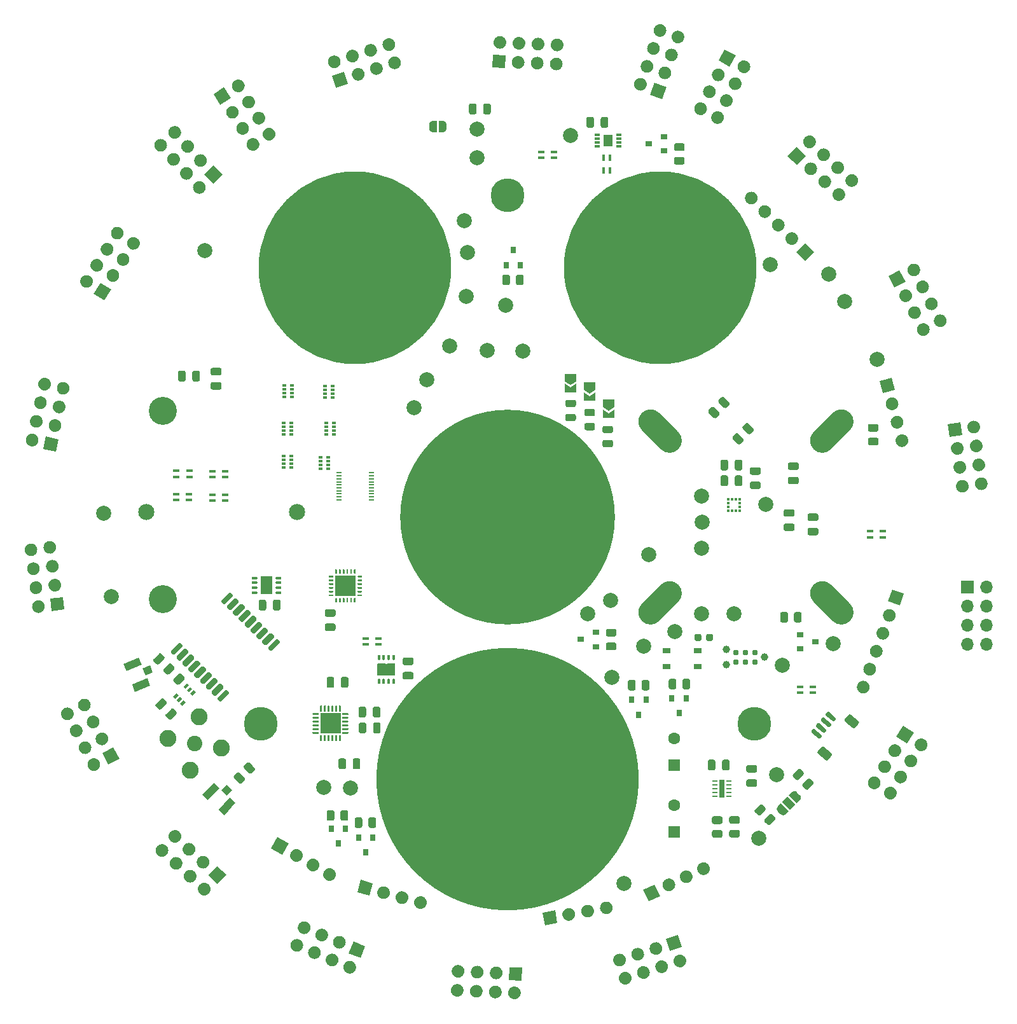
<source format=gbr>
G04 #@! TF.GenerationSoftware,KiCad,Pcbnew,(5.1.7)-1*
G04 #@! TF.CreationDate,2021-01-06T11:56:56-08:00*
G04 #@! TF.ProjectId,LCP_Controller,4c43505f-436f-46e7-9472-6f6c6c65722e,rev?*
G04 #@! TF.SameCoordinates,Original*
G04 #@! TF.FileFunction,Soldermask,Top*
G04 #@! TF.FilePolarity,Negative*
%FSLAX46Y46*%
G04 Gerber Fmt 4.6, Leading zero omitted, Abs format (unit mm)*
G04 Created by KiCad (PCBNEW (5.1.7)-1) date 2021-01-06 11:56:56*
%MOMM*%
%LPD*%
G01*
G04 APERTURE LIST*
%ADD10C,4.500001*%
%ADD11C,3.730000*%
%ADD12R,0.700000X0.200000*%
%ADD13C,34.925000*%
%ADD14C,28.575000*%
%ADD15C,25.654000*%
%ADD16R,0.325000X0.325000*%
%ADD17R,0.500000X0.400000*%
%ADD18R,0.500000X0.300000*%
%ADD19C,2.000000*%
%ADD20C,2.151380*%
%ADD21R,0.800000X0.900000*%
%ADD22R,2.700000X2.700000*%
%ADD23C,1.600000*%
%ADD24R,1.600000X1.600000*%
%ADD25C,0.100000*%
%ADD26O,0.400000X0.650000*%
%ADD27R,0.400000X0.300000*%
%ADD28R,2.400000X1.650000*%
%ADD29R,1.000000X0.650000*%
%ADD30O,0.650000X0.400000*%
%ADD31R,0.300000X0.400000*%
%ADD32R,1.650000X2.400000*%
%ADD33R,0.650000X1.000000*%
%ADD34R,0.640000X2.400000*%
%ADD35R,0.700000X0.250000*%
%ADD36R,1.300000X1.500000*%
%ADD37R,0.750000X0.300000*%
%ADD38R,1.050000X0.650000*%
%ADD39R,0.900000X0.400000*%
%ADD40R,0.400000X0.900000*%
%ADD41R,0.900000X0.800000*%
%ADD42O,1.700000X1.700000*%
%ADD43R,1.700000X1.700000*%
%ADD44C,2.250000*%
%ADD45C,2.050000*%
%ADD46C,0.787400*%
%ADD47C,0.990600*%
%ADD48C,4.500000*%
G04 APERTURE END LIST*
G36*
G01*
X144544139Y-165469374D02*
X144791626Y-165716861D01*
G75*
G02*
X144791626Y-165964349I-123744J-123744D01*
G01*
X143766321Y-166989654D01*
G75*
G02*
X143518833Y-166989654I-123744J123744D01*
G01*
X143271346Y-166742167D01*
G75*
G02*
X143271346Y-166494679I123744J123744D01*
G01*
X144296651Y-165469374D01*
G75*
G02*
X144544139Y-165469374I123744J-123744D01*
G01*
G37*
G36*
G01*
X143748642Y-164673880D02*
X144031485Y-164956723D01*
G75*
G02*
X144031485Y-165239565I-141421J-141421D01*
G01*
X143041536Y-166229514D01*
G75*
G02*
X142758694Y-166229514I-141421J141421D01*
G01*
X142475851Y-165946671D01*
G75*
G02*
X142475851Y-165663829I141421J141421D01*
G01*
X143465800Y-164673880D01*
G75*
G02*
X143748642Y-164673880I141421J-141421D01*
G01*
G37*
G36*
G01*
X142970825Y-163896062D02*
X143253668Y-164178905D01*
G75*
G02*
X143253668Y-164461747I-141421J-141421D01*
G01*
X142263719Y-165451696D01*
G75*
G02*
X141980877Y-165451696I-141421J141421D01*
G01*
X141698034Y-165168853D01*
G75*
G02*
X141698034Y-164886011I141421J141421D01*
G01*
X142687983Y-163896062D01*
G75*
G02*
X142970825Y-163896062I141421J-141421D01*
G01*
G37*
G36*
G01*
X142193007Y-163118245D02*
X142475850Y-163401088D01*
G75*
G02*
X142475850Y-163683930I-141421J-141421D01*
G01*
X141485901Y-164673879D01*
G75*
G02*
X141203059Y-164673879I-141421J141421D01*
G01*
X140920216Y-164391036D01*
G75*
G02*
X140920216Y-164108194I141421J141421D01*
G01*
X141910165Y-163118245D01*
G75*
G02*
X142193007Y-163118245I141421J-141421D01*
G01*
G37*
G36*
G01*
X141415190Y-162340427D02*
X141698033Y-162623270D01*
G75*
G02*
X141698033Y-162906112I-141421J-141421D01*
G01*
X140708084Y-163896061D01*
G75*
G02*
X140425242Y-163896061I-141421J141421D01*
G01*
X140142399Y-163613218D01*
G75*
G02*
X140142399Y-163330376I141421J141421D01*
G01*
X141132348Y-162340427D01*
G75*
G02*
X141415190Y-162340427I141421J-141421D01*
G01*
G37*
G36*
G01*
X140637372Y-161562610D02*
X140920215Y-161845453D01*
G75*
G02*
X140920215Y-162128295I-141421J-141421D01*
G01*
X139930266Y-163118244D01*
G75*
G02*
X139647424Y-163118244I-141421J141421D01*
G01*
X139364581Y-162835401D01*
G75*
G02*
X139364581Y-162552559I141421J141421D01*
G01*
X140354530Y-161562610D01*
G75*
G02*
X140637372Y-161562610I141421J-141421D01*
G01*
G37*
G36*
G01*
X139859555Y-160784792D02*
X140142398Y-161067635D01*
G75*
G02*
X140142398Y-161350477I-141421J-141421D01*
G01*
X139152449Y-162340426D01*
G75*
G02*
X138869607Y-162340426I-141421J141421D01*
G01*
X138586764Y-162057583D01*
G75*
G02*
X138586764Y-161774741I141421J141421D01*
G01*
X139576713Y-160784792D01*
G75*
G02*
X139859555Y-160784792I141421J-141421D01*
G01*
G37*
G36*
G01*
X139081737Y-160006975D02*
X139364580Y-160289818D01*
G75*
G02*
X139364580Y-160572660I-141421J-141421D01*
G01*
X138374631Y-161562609D01*
G75*
G02*
X138091789Y-161562609I-141421J141421D01*
G01*
X137808946Y-161279766D01*
G75*
G02*
X137808946Y-160996924I141421J141421D01*
G01*
X138798895Y-160006975D01*
G75*
G02*
X139081737Y-160006975I141421J-141421D01*
G01*
G37*
G36*
G01*
X138321599Y-159246834D02*
X138569086Y-159494321D01*
G75*
G02*
X138569086Y-159741809I-123744J-123744D01*
G01*
X137543781Y-160767114D01*
G75*
G02*
X137296293Y-160767114I-123744J123744D01*
G01*
X137048806Y-160519627D01*
G75*
G02*
X137048806Y-160272139I123744J123744D01*
G01*
X138074111Y-159246834D01*
G75*
G02*
X138321599Y-159246834I123744J-123744D01*
G01*
G37*
G36*
G01*
X145039113Y-152529320D02*
X145286600Y-152776807D01*
G75*
G02*
X145286600Y-153024295I-123744J-123744D01*
G01*
X144261295Y-154049600D01*
G75*
G02*
X144013807Y-154049600I-123744J123744D01*
G01*
X143766320Y-153802113D01*
G75*
G02*
X143766320Y-153554625I123744J123744D01*
G01*
X144791625Y-152529320D01*
G75*
G02*
X145039113Y-152529320I123744J-123744D01*
G01*
G37*
G36*
G01*
X145799252Y-153289460D02*
X146082095Y-153572303D01*
G75*
G02*
X146082095Y-153855145I-141421J-141421D01*
G01*
X145092146Y-154845094D01*
G75*
G02*
X144809304Y-154845094I-141421J141421D01*
G01*
X144526461Y-154562251D01*
G75*
G02*
X144526461Y-154279409I141421J141421D01*
G01*
X145516410Y-153289460D01*
G75*
G02*
X145799252Y-153289460I141421J-141421D01*
G01*
G37*
G36*
G01*
X146577069Y-154067278D02*
X146859912Y-154350121D01*
G75*
G02*
X146859912Y-154632963I-141421J-141421D01*
G01*
X145869963Y-155622912D01*
G75*
G02*
X145587121Y-155622912I-141421J141421D01*
G01*
X145304278Y-155340069D01*
G75*
G02*
X145304278Y-155057227I141421J141421D01*
G01*
X146294227Y-154067278D01*
G75*
G02*
X146577069Y-154067278I141421J-141421D01*
G01*
G37*
G36*
G01*
X147354887Y-154845095D02*
X147637730Y-155127938D01*
G75*
G02*
X147637730Y-155410780I-141421J-141421D01*
G01*
X146647781Y-156400729D01*
G75*
G02*
X146364939Y-156400729I-141421J141421D01*
G01*
X146082096Y-156117886D01*
G75*
G02*
X146082096Y-155835044I141421J141421D01*
G01*
X147072045Y-154845095D01*
G75*
G02*
X147354887Y-154845095I141421J-141421D01*
G01*
G37*
G36*
G01*
X148132704Y-155622913D02*
X148415547Y-155905756D01*
G75*
G02*
X148415547Y-156188598I-141421J-141421D01*
G01*
X147425598Y-157178547D01*
G75*
G02*
X147142756Y-157178547I-141421J141421D01*
G01*
X146859913Y-156895704D01*
G75*
G02*
X146859913Y-156612862I141421J141421D01*
G01*
X147849862Y-155622913D01*
G75*
G02*
X148132704Y-155622913I141421J-141421D01*
G01*
G37*
G36*
G01*
X148910522Y-156400730D02*
X149193365Y-156683573D01*
G75*
G02*
X149193365Y-156966415I-141421J-141421D01*
G01*
X148203416Y-157956364D01*
G75*
G02*
X147920574Y-157956364I-141421J141421D01*
G01*
X147637731Y-157673521D01*
G75*
G02*
X147637731Y-157390679I141421J141421D01*
G01*
X148627680Y-156400730D01*
G75*
G02*
X148910522Y-156400730I141421J-141421D01*
G01*
G37*
G36*
G01*
X149688339Y-157178548D02*
X149971182Y-157461391D01*
G75*
G02*
X149971182Y-157744233I-141421J-141421D01*
G01*
X148981233Y-158734182D01*
G75*
G02*
X148698391Y-158734182I-141421J141421D01*
G01*
X148415548Y-158451339D01*
G75*
G02*
X148415548Y-158168497I141421J141421D01*
G01*
X149405497Y-157178548D01*
G75*
G02*
X149688339Y-157178548I141421J-141421D01*
G01*
G37*
G36*
G01*
X150466157Y-157956365D02*
X150749000Y-158239208D01*
G75*
G02*
X150749000Y-158522050I-141421J-141421D01*
G01*
X149759051Y-159511999D01*
G75*
G02*
X149476209Y-159511999I-141421J141421D01*
G01*
X149193366Y-159229156D01*
G75*
G02*
X149193366Y-158946314I141421J141421D01*
G01*
X150183315Y-157956365D01*
G75*
G02*
X150466157Y-157956365I141421J-141421D01*
G01*
G37*
G36*
G01*
X151261653Y-158751860D02*
X151509140Y-158999347D01*
G75*
G02*
X151509140Y-159246835I-123744J-123744D01*
G01*
X150483835Y-160272140D01*
G75*
G02*
X150236347Y-160272140I-123744J123744D01*
G01*
X149988860Y-160024653D01*
G75*
G02*
X149988860Y-159777165I123744J123744D01*
G01*
X151014165Y-158751860D01*
G75*
G02*
X151261653Y-158751860I123744J-123744D01*
G01*
G37*
D10*
X149000000Y-170000000D03*
D11*
X135987579Y-153370517D03*
X135987579Y-128370517D03*
D12*
X159402579Y-136570517D03*
X163752579Y-136570517D03*
X159402579Y-136970517D03*
X163752579Y-136970517D03*
X159402579Y-137370517D03*
X163752579Y-137370517D03*
X159402579Y-137770517D03*
X163752579Y-137770517D03*
X159402579Y-138170517D03*
X163752579Y-138170517D03*
X159402579Y-138570517D03*
X163752579Y-138570517D03*
X159402579Y-138970517D03*
X163752579Y-138970517D03*
X159402579Y-139370517D03*
X163752579Y-139370517D03*
X159402579Y-139770517D03*
X163752579Y-139770517D03*
X159402579Y-140170517D03*
X163752579Y-140170517D03*
G36*
G01*
X136089571Y-162669322D02*
X136761322Y-161997571D01*
G75*
G02*
X137114876Y-161997571I176777J-176777D01*
G01*
X137468429Y-162351124D01*
G75*
G02*
X137468429Y-162704678I-176777J-176777D01*
G01*
X136796678Y-163376429D01*
G75*
G02*
X136443124Y-163376429I-176777J176777D01*
G01*
X136089571Y-163022876D01*
G75*
G02*
X136089571Y-162669322I176777J176777D01*
G01*
G37*
G36*
G01*
X134746069Y-161325820D02*
X135417820Y-160654069D01*
G75*
G02*
X135771374Y-160654069I176777J-176777D01*
G01*
X136124927Y-161007622D01*
G75*
G02*
X136124927Y-161361176I-176777J-176777D01*
G01*
X135453176Y-162032927D01*
G75*
G02*
X135099622Y-162032927I-176777J176777D01*
G01*
X134746069Y-161679374D01*
G75*
G02*
X134746069Y-161325820I176777J176777D01*
G01*
G37*
D13*
X181834579Y-177373517D03*
D14*
X181834579Y-142448517D03*
D15*
X161514579Y-109284962D03*
X202154579Y-109284962D03*
D16*
X211776500Y-140080500D03*
X212276500Y-140080500D03*
X212276500Y-141605500D03*
X211776500Y-141605500D03*
X212789000Y-140093000D03*
X211264000Y-140093000D03*
X212789000Y-141593000D03*
X211264000Y-141593000D03*
X212789000Y-141093000D03*
X212789000Y-140593000D03*
X211264000Y-141093000D03*
X211264000Y-140593000D03*
D17*
X157988000Y-136042400D03*
D18*
X157988000Y-135542400D03*
D17*
X157988000Y-134542400D03*
D18*
X157988000Y-135042400D03*
D17*
X156988000Y-136042400D03*
D18*
X156988000Y-135042400D03*
X156988000Y-135542400D03*
D17*
X156988000Y-134542400D03*
X152044400Y-134339200D03*
D18*
X152044400Y-134839200D03*
D17*
X152044400Y-135839200D03*
D18*
X152044400Y-135339200D03*
D17*
X153044400Y-134339200D03*
D18*
X153044400Y-135339200D03*
X153044400Y-134839200D03*
D17*
X153044400Y-135839200D03*
X158742000Y-131458400D03*
D18*
X158742000Y-130958400D03*
D17*
X158742000Y-129958400D03*
D18*
X158742000Y-130458400D03*
D17*
X157742000Y-131458400D03*
D18*
X157742000Y-130458400D03*
X157742000Y-130958400D03*
D17*
X157742000Y-129958400D03*
X152060400Y-129970400D03*
D18*
X152060400Y-130470400D03*
D17*
X152060400Y-131470400D03*
D18*
X152060400Y-130970400D03*
D17*
X153060400Y-129970400D03*
D18*
X153060400Y-130970400D03*
X153060400Y-130470400D03*
D17*
X153060400Y-131470400D03*
X158597600Y-126526800D03*
D18*
X158597600Y-126026800D03*
D17*
X158597600Y-125026800D03*
D18*
X158597600Y-125526800D03*
D17*
X157597600Y-126526800D03*
D18*
X157597600Y-125526800D03*
X157597600Y-126026800D03*
D17*
X157597600Y-125026800D03*
X152154000Y-124929200D03*
D18*
X152154000Y-125429200D03*
D17*
X152154000Y-126429200D03*
D18*
X152154000Y-125929200D03*
D17*
X153154000Y-124929200D03*
D18*
X153154000Y-125929200D03*
X153154000Y-125429200D03*
D17*
X153154000Y-126429200D03*
D19*
X160934400Y-178574700D03*
X195580000Y-153543000D03*
D20*
X153787899Y-141813517D03*
X133790479Y-141813517D03*
G36*
G01*
X199703000Y-165296002D02*
X199703000Y-164395998D01*
G75*
G02*
X199952998Y-164146000I249998J0D01*
G01*
X200478002Y-164146000D01*
G75*
G02*
X200728000Y-164395998I0J-249998D01*
G01*
X200728000Y-165296002D01*
G75*
G02*
X200478002Y-165546000I-249998J0D01*
G01*
X199952998Y-165546000D01*
G75*
G02*
X199703000Y-165296002I0J249998D01*
G01*
G37*
G36*
G01*
X197878000Y-165296002D02*
X197878000Y-164395998D01*
G75*
G02*
X198127998Y-164146000I249998J0D01*
G01*
X198653002Y-164146000D01*
G75*
G02*
X198903000Y-164395998I0J-249998D01*
G01*
X198903000Y-165296002D01*
G75*
G02*
X198653002Y-165546000I-249998J0D01*
G01*
X198127998Y-165546000D01*
G75*
G02*
X197878000Y-165296002I0J249998D01*
G01*
G37*
D21*
X199326500Y-168767000D03*
X198376500Y-166767000D03*
X200276500Y-166767000D03*
D22*
X158278200Y-169936800D03*
G36*
G01*
X159890700Y-168561800D02*
X160590700Y-168561800D01*
G75*
G02*
X160653200Y-168624300I0J-62500D01*
G01*
X160653200Y-168749300D01*
G75*
G02*
X160590700Y-168811800I-62500J0D01*
G01*
X159890700Y-168811800D01*
G75*
G02*
X159828200Y-168749300I0J62500D01*
G01*
X159828200Y-168624300D01*
G75*
G02*
X159890700Y-168561800I62500J0D01*
G01*
G37*
G36*
G01*
X159890700Y-169061800D02*
X160590700Y-169061800D01*
G75*
G02*
X160653200Y-169124300I0J-62500D01*
G01*
X160653200Y-169249300D01*
G75*
G02*
X160590700Y-169311800I-62500J0D01*
G01*
X159890700Y-169311800D01*
G75*
G02*
X159828200Y-169249300I0J62500D01*
G01*
X159828200Y-169124300D01*
G75*
G02*
X159890700Y-169061800I62500J0D01*
G01*
G37*
G36*
G01*
X159890700Y-169561800D02*
X160590700Y-169561800D01*
G75*
G02*
X160653200Y-169624300I0J-62500D01*
G01*
X160653200Y-169749300D01*
G75*
G02*
X160590700Y-169811800I-62500J0D01*
G01*
X159890700Y-169811800D01*
G75*
G02*
X159828200Y-169749300I0J62500D01*
G01*
X159828200Y-169624300D01*
G75*
G02*
X159890700Y-169561800I62500J0D01*
G01*
G37*
G36*
G01*
X159890700Y-170061800D02*
X160590700Y-170061800D01*
G75*
G02*
X160653200Y-170124300I0J-62500D01*
G01*
X160653200Y-170249300D01*
G75*
G02*
X160590700Y-170311800I-62500J0D01*
G01*
X159890700Y-170311800D01*
G75*
G02*
X159828200Y-170249300I0J62500D01*
G01*
X159828200Y-170124300D01*
G75*
G02*
X159890700Y-170061800I62500J0D01*
G01*
G37*
G36*
G01*
X159890700Y-170561800D02*
X160590700Y-170561800D01*
G75*
G02*
X160653200Y-170624300I0J-62500D01*
G01*
X160653200Y-170749300D01*
G75*
G02*
X160590700Y-170811800I-62500J0D01*
G01*
X159890700Y-170811800D01*
G75*
G02*
X159828200Y-170749300I0J62500D01*
G01*
X159828200Y-170624300D01*
G75*
G02*
X159890700Y-170561800I62500J0D01*
G01*
G37*
G36*
G01*
X159890700Y-171061800D02*
X160590700Y-171061800D01*
G75*
G02*
X160653200Y-171124300I0J-62500D01*
G01*
X160653200Y-171249300D01*
G75*
G02*
X160590700Y-171311800I-62500J0D01*
G01*
X159890700Y-171311800D01*
G75*
G02*
X159828200Y-171249300I0J62500D01*
G01*
X159828200Y-171124300D01*
G75*
G02*
X159890700Y-171061800I62500J0D01*
G01*
G37*
G36*
G01*
X159465700Y-171486800D02*
X159590700Y-171486800D01*
G75*
G02*
X159653200Y-171549300I0J-62500D01*
G01*
X159653200Y-172249300D01*
G75*
G02*
X159590700Y-172311800I-62500J0D01*
G01*
X159465700Y-172311800D01*
G75*
G02*
X159403200Y-172249300I0J62500D01*
G01*
X159403200Y-171549300D01*
G75*
G02*
X159465700Y-171486800I62500J0D01*
G01*
G37*
G36*
G01*
X158965700Y-171486800D02*
X159090700Y-171486800D01*
G75*
G02*
X159153200Y-171549300I0J-62500D01*
G01*
X159153200Y-172249300D01*
G75*
G02*
X159090700Y-172311800I-62500J0D01*
G01*
X158965700Y-172311800D01*
G75*
G02*
X158903200Y-172249300I0J62500D01*
G01*
X158903200Y-171549300D01*
G75*
G02*
X158965700Y-171486800I62500J0D01*
G01*
G37*
G36*
G01*
X158465700Y-171486800D02*
X158590700Y-171486800D01*
G75*
G02*
X158653200Y-171549300I0J-62500D01*
G01*
X158653200Y-172249300D01*
G75*
G02*
X158590700Y-172311800I-62500J0D01*
G01*
X158465700Y-172311800D01*
G75*
G02*
X158403200Y-172249300I0J62500D01*
G01*
X158403200Y-171549300D01*
G75*
G02*
X158465700Y-171486800I62500J0D01*
G01*
G37*
G36*
G01*
X157965700Y-171486800D02*
X158090700Y-171486800D01*
G75*
G02*
X158153200Y-171549300I0J-62500D01*
G01*
X158153200Y-172249300D01*
G75*
G02*
X158090700Y-172311800I-62500J0D01*
G01*
X157965700Y-172311800D01*
G75*
G02*
X157903200Y-172249300I0J62500D01*
G01*
X157903200Y-171549300D01*
G75*
G02*
X157965700Y-171486800I62500J0D01*
G01*
G37*
G36*
G01*
X157465700Y-171486800D02*
X157590700Y-171486800D01*
G75*
G02*
X157653200Y-171549300I0J-62500D01*
G01*
X157653200Y-172249300D01*
G75*
G02*
X157590700Y-172311800I-62500J0D01*
G01*
X157465700Y-172311800D01*
G75*
G02*
X157403200Y-172249300I0J62500D01*
G01*
X157403200Y-171549300D01*
G75*
G02*
X157465700Y-171486800I62500J0D01*
G01*
G37*
G36*
G01*
X156965700Y-171486800D02*
X157090700Y-171486800D01*
G75*
G02*
X157153200Y-171549300I0J-62500D01*
G01*
X157153200Y-172249300D01*
G75*
G02*
X157090700Y-172311800I-62500J0D01*
G01*
X156965700Y-172311800D01*
G75*
G02*
X156903200Y-172249300I0J62500D01*
G01*
X156903200Y-171549300D01*
G75*
G02*
X156965700Y-171486800I62500J0D01*
G01*
G37*
G36*
G01*
X155965700Y-171061800D02*
X156665700Y-171061800D01*
G75*
G02*
X156728200Y-171124300I0J-62500D01*
G01*
X156728200Y-171249300D01*
G75*
G02*
X156665700Y-171311800I-62500J0D01*
G01*
X155965700Y-171311800D01*
G75*
G02*
X155903200Y-171249300I0J62500D01*
G01*
X155903200Y-171124300D01*
G75*
G02*
X155965700Y-171061800I62500J0D01*
G01*
G37*
G36*
G01*
X155965700Y-170561800D02*
X156665700Y-170561800D01*
G75*
G02*
X156728200Y-170624300I0J-62500D01*
G01*
X156728200Y-170749300D01*
G75*
G02*
X156665700Y-170811800I-62500J0D01*
G01*
X155965700Y-170811800D01*
G75*
G02*
X155903200Y-170749300I0J62500D01*
G01*
X155903200Y-170624300D01*
G75*
G02*
X155965700Y-170561800I62500J0D01*
G01*
G37*
G36*
G01*
X155965700Y-170061800D02*
X156665700Y-170061800D01*
G75*
G02*
X156728200Y-170124300I0J-62500D01*
G01*
X156728200Y-170249300D01*
G75*
G02*
X156665700Y-170311800I-62500J0D01*
G01*
X155965700Y-170311800D01*
G75*
G02*
X155903200Y-170249300I0J62500D01*
G01*
X155903200Y-170124300D01*
G75*
G02*
X155965700Y-170061800I62500J0D01*
G01*
G37*
G36*
G01*
X155965700Y-169561800D02*
X156665700Y-169561800D01*
G75*
G02*
X156728200Y-169624300I0J-62500D01*
G01*
X156728200Y-169749300D01*
G75*
G02*
X156665700Y-169811800I-62500J0D01*
G01*
X155965700Y-169811800D01*
G75*
G02*
X155903200Y-169749300I0J62500D01*
G01*
X155903200Y-169624300D01*
G75*
G02*
X155965700Y-169561800I62500J0D01*
G01*
G37*
G36*
G01*
X155965700Y-169061800D02*
X156665700Y-169061800D01*
G75*
G02*
X156728200Y-169124300I0J-62500D01*
G01*
X156728200Y-169249300D01*
G75*
G02*
X156665700Y-169311800I-62500J0D01*
G01*
X155965700Y-169311800D01*
G75*
G02*
X155903200Y-169249300I0J62500D01*
G01*
X155903200Y-169124300D01*
G75*
G02*
X155965700Y-169061800I62500J0D01*
G01*
G37*
G36*
G01*
X155965700Y-168561800D02*
X156665700Y-168561800D01*
G75*
G02*
X156728200Y-168624300I0J-62500D01*
G01*
X156728200Y-168749300D01*
G75*
G02*
X156665700Y-168811800I-62500J0D01*
G01*
X155965700Y-168811800D01*
G75*
G02*
X155903200Y-168749300I0J62500D01*
G01*
X155903200Y-168624300D01*
G75*
G02*
X155965700Y-168561800I62500J0D01*
G01*
G37*
G36*
G01*
X156965700Y-167561800D02*
X157090700Y-167561800D01*
G75*
G02*
X157153200Y-167624300I0J-62500D01*
G01*
X157153200Y-168324300D01*
G75*
G02*
X157090700Y-168386800I-62500J0D01*
G01*
X156965700Y-168386800D01*
G75*
G02*
X156903200Y-168324300I0J62500D01*
G01*
X156903200Y-167624300D01*
G75*
G02*
X156965700Y-167561800I62500J0D01*
G01*
G37*
G36*
G01*
X157465700Y-167561800D02*
X157590700Y-167561800D01*
G75*
G02*
X157653200Y-167624300I0J-62500D01*
G01*
X157653200Y-168324300D01*
G75*
G02*
X157590700Y-168386800I-62500J0D01*
G01*
X157465700Y-168386800D01*
G75*
G02*
X157403200Y-168324300I0J62500D01*
G01*
X157403200Y-167624300D01*
G75*
G02*
X157465700Y-167561800I62500J0D01*
G01*
G37*
G36*
G01*
X157965700Y-167561800D02*
X158090700Y-167561800D01*
G75*
G02*
X158153200Y-167624300I0J-62500D01*
G01*
X158153200Y-168324300D01*
G75*
G02*
X158090700Y-168386800I-62500J0D01*
G01*
X157965700Y-168386800D01*
G75*
G02*
X157903200Y-168324300I0J62500D01*
G01*
X157903200Y-167624300D01*
G75*
G02*
X157965700Y-167561800I62500J0D01*
G01*
G37*
G36*
G01*
X158465700Y-167561800D02*
X158590700Y-167561800D01*
G75*
G02*
X158653200Y-167624300I0J-62500D01*
G01*
X158653200Y-168324300D01*
G75*
G02*
X158590700Y-168386800I-62500J0D01*
G01*
X158465700Y-168386800D01*
G75*
G02*
X158403200Y-168324300I0J62500D01*
G01*
X158403200Y-167624300D01*
G75*
G02*
X158465700Y-167561800I62500J0D01*
G01*
G37*
G36*
G01*
X158965700Y-167561800D02*
X159090700Y-167561800D01*
G75*
G02*
X159153200Y-167624300I0J-62500D01*
G01*
X159153200Y-168324300D01*
G75*
G02*
X159090700Y-168386800I-62500J0D01*
G01*
X158965700Y-168386800D01*
G75*
G02*
X158903200Y-168324300I0J62500D01*
G01*
X158903200Y-167624300D01*
G75*
G02*
X158965700Y-167561800I62500J0D01*
G01*
G37*
G36*
G01*
X159465700Y-167561800D02*
X159590700Y-167561800D01*
G75*
G02*
X159653200Y-167624300I0J-62500D01*
G01*
X159653200Y-168324300D01*
G75*
G02*
X159590700Y-168386800I-62500J0D01*
G01*
X159465700Y-168386800D01*
G75*
G02*
X159403200Y-168324300I0J62500D01*
G01*
X159403200Y-167624300D01*
G75*
G02*
X159465700Y-167561800I62500J0D01*
G01*
G37*
D23*
X204059579Y-180858517D03*
D24*
X204059579Y-184358517D03*
G36*
G01*
X149390258Y-91956119D02*
X149390258Y-91956119D01*
G75*
G02*
X149650436Y-90782531I716883J456705D01*
G01*
X149650436Y-90782531D01*
G75*
G02*
X150824024Y-91042709I456705J-716883D01*
G01*
X150824024Y-91042709D01*
G75*
G02*
X150563846Y-92216297I-716883J-456705D01*
G01*
X150563846Y-92216297D01*
G75*
G02*
X149390258Y-91956119I-456705J716883D01*
G01*
G37*
G36*
G01*
X147248044Y-93320860D02*
X147248044Y-93320860D01*
G75*
G02*
X147508222Y-92147272I716883J456705D01*
G01*
X147508222Y-92147272D01*
G75*
G02*
X148681810Y-92407450I456705J-716883D01*
G01*
X148681810Y-92407450D01*
G75*
G02*
X148421632Y-93581038I-716883J-456705D01*
G01*
X148421632Y-93581038D01*
G75*
G02*
X147248044Y-93320860I-456705J716883D01*
G01*
G37*
G36*
G01*
X148025517Y-89813905D02*
X148025517Y-89813905D01*
G75*
G02*
X148285695Y-88640317I716883J456705D01*
G01*
X148285695Y-88640317D01*
G75*
G02*
X149459283Y-88900495I456705J-716883D01*
G01*
X149459283Y-88900495D01*
G75*
G02*
X149199105Y-90074083I-716883J-456705D01*
G01*
X149199105Y-90074083D01*
G75*
G02*
X148025517Y-89813905I-456705J716883D01*
G01*
G37*
G36*
G01*
X145883303Y-91178646D02*
X145883303Y-91178646D01*
G75*
G02*
X146143481Y-90005058I716883J456705D01*
G01*
X146143481Y-90005058D01*
G75*
G02*
X147317069Y-90265236I456705J-716883D01*
G01*
X147317069Y-90265236D01*
G75*
G02*
X147056891Y-91438824I-716883J-456705D01*
G01*
X147056891Y-91438824D01*
G75*
G02*
X145883303Y-91178646I-456705J716883D01*
G01*
G37*
G36*
G01*
X146660776Y-87671690D02*
X146660776Y-87671690D01*
G75*
G02*
X146920954Y-86498102I716883J456705D01*
G01*
X146920954Y-86498102D01*
G75*
G02*
X148094542Y-86758280I456705J-716883D01*
G01*
X148094542Y-86758280D01*
G75*
G02*
X147834364Y-87931868I-716883J-456705D01*
G01*
X147834364Y-87931868D01*
G75*
G02*
X146660776Y-87671690I-456705J716883D01*
G01*
G37*
G36*
G01*
X144518562Y-89036431D02*
X144518562Y-89036431D01*
G75*
G02*
X144778740Y-87862843I716883J456705D01*
G01*
X144778740Y-87862843D01*
G75*
G02*
X145952328Y-88123021I456705J-716883D01*
G01*
X145952328Y-88123021D01*
G75*
G02*
X145692150Y-89296609I-716883J-456705D01*
G01*
X145692150Y-89296609D01*
G75*
G02*
X144518562Y-89036431I-456705J716883D01*
G01*
G37*
G36*
G01*
X145296035Y-85529476D02*
X145296035Y-85529476D01*
G75*
G02*
X145556213Y-84355888I716883J456705D01*
G01*
X145556213Y-84355888D01*
G75*
G02*
X146729801Y-84616066I456705J-716883D01*
G01*
X146729801Y-84616066D01*
G75*
G02*
X146469623Y-85789654I-716883J-456705D01*
G01*
X146469623Y-85789654D01*
G75*
G02*
X145296035Y-85529476I-456705J716883D01*
G01*
G37*
D25*
G36*
X143610526Y-87611099D02*
G01*
X142697117Y-86177334D01*
X144130882Y-85263925D01*
X145044291Y-86697690D01*
X143610526Y-87611099D01*
G37*
D22*
X160274000Y-151638000D03*
G36*
G01*
X159144000Y-153320500D02*
X159144000Y-153780500D01*
G75*
G02*
X159084000Y-153840500I-60000J0D01*
G01*
X158964000Y-153840500D01*
G75*
G02*
X158904000Y-153780500I0J60000D01*
G01*
X158904000Y-153320500D01*
G75*
G02*
X158964000Y-153260500I60000J0D01*
G01*
X159084000Y-153260500D01*
G75*
G02*
X159144000Y-153320500I0J-60000D01*
G01*
G37*
G36*
G01*
X158651500Y-150328000D02*
X158651500Y-150448000D01*
G75*
G02*
X158591500Y-150508000I-60000J0D01*
G01*
X158131500Y-150508000D01*
G75*
G02*
X158071500Y-150448000I0J60000D01*
G01*
X158071500Y-150328000D01*
G75*
G02*
X158131500Y-150268000I60000J0D01*
G01*
X158591500Y-150268000D01*
G75*
G02*
X158651500Y-150328000I0J-60000D01*
G01*
G37*
G36*
G01*
X161644000Y-149495500D02*
X161644000Y-149955500D01*
G75*
G02*
X161584000Y-150015500I-60000J0D01*
G01*
X161464000Y-150015500D01*
G75*
G02*
X161404000Y-149955500I0J60000D01*
G01*
X161404000Y-149495500D01*
G75*
G02*
X161464000Y-149435500I60000J0D01*
G01*
X161584000Y-149435500D01*
G75*
G02*
X161644000Y-149495500I0J-60000D01*
G01*
G37*
G36*
G01*
X162476500Y-152828000D02*
X162476500Y-152948000D01*
G75*
G02*
X162416500Y-153008000I-60000J0D01*
G01*
X161956500Y-153008000D01*
G75*
G02*
X161896500Y-152948000I0J60000D01*
G01*
X161896500Y-152828000D01*
G75*
G02*
X161956500Y-152768000I60000J0D01*
G01*
X162416500Y-152768000D01*
G75*
G02*
X162476500Y-152828000I0J-60000D01*
G01*
G37*
G36*
G01*
X162476500Y-152328000D02*
X162476500Y-152448000D01*
G75*
G02*
X162416500Y-152508000I-60000J0D01*
G01*
X161956500Y-152508000D01*
G75*
G02*
X161896500Y-152448000I0J60000D01*
G01*
X161896500Y-152328000D01*
G75*
G02*
X161956500Y-152268000I60000J0D01*
G01*
X162416500Y-152268000D01*
G75*
G02*
X162476500Y-152328000I0J-60000D01*
G01*
G37*
G36*
G01*
X162476500Y-151828000D02*
X162476500Y-151948000D01*
G75*
G02*
X162416500Y-152008000I-60000J0D01*
G01*
X161956500Y-152008000D01*
G75*
G02*
X161896500Y-151948000I0J60000D01*
G01*
X161896500Y-151828000D01*
G75*
G02*
X161956500Y-151768000I60000J0D01*
G01*
X162416500Y-151768000D01*
G75*
G02*
X162476500Y-151828000I0J-60000D01*
G01*
G37*
G36*
G01*
X162476500Y-151328000D02*
X162476500Y-151448000D01*
G75*
G02*
X162416500Y-151508000I-60000J0D01*
G01*
X161956500Y-151508000D01*
G75*
G02*
X161896500Y-151448000I0J60000D01*
G01*
X161896500Y-151328000D01*
G75*
G02*
X161956500Y-151268000I60000J0D01*
G01*
X162416500Y-151268000D01*
G75*
G02*
X162476500Y-151328000I0J-60000D01*
G01*
G37*
G36*
G01*
X162476500Y-150828000D02*
X162476500Y-150948000D01*
G75*
G02*
X162416500Y-151008000I-60000J0D01*
G01*
X161956500Y-151008000D01*
G75*
G02*
X161896500Y-150948000I0J60000D01*
G01*
X161896500Y-150828000D01*
G75*
G02*
X161956500Y-150768000I60000J0D01*
G01*
X162416500Y-150768000D01*
G75*
G02*
X162476500Y-150828000I0J-60000D01*
G01*
G37*
G36*
G01*
X162476500Y-150328000D02*
X162476500Y-150448000D01*
G75*
G02*
X162416500Y-150508000I-60000J0D01*
G01*
X161956500Y-150508000D01*
G75*
G02*
X161896500Y-150448000I0J60000D01*
G01*
X161896500Y-150328000D01*
G75*
G02*
X161956500Y-150268000I60000J0D01*
G01*
X162416500Y-150268000D01*
G75*
G02*
X162476500Y-150328000I0J-60000D01*
G01*
G37*
G36*
G01*
X158651500Y-150828000D02*
X158651500Y-150948000D01*
G75*
G02*
X158591500Y-151008000I-60000J0D01*
G01*
X158131500Y-151008000D01*
G75*
G02*
X158071500Y-150948000I0J60000D01*
G01*
X158071500Y-150828000D01*
G75*
G02*
X158131500Y-150768000I60000J0D01*
G01*
X158591500Y-150768000D01*
G75*
G02*
X158651500Y-150828000I0J-60000D01*
G01*
G37*
G36*
G01*
X158651500Y-151328000D02*
X158651500Y-151448000D01*
G75*
G02*
X158591500Y-151508000I-60000J0D01*
G01*
X158131500Y-151508000D01*
G75*
G02*
X158071500Y-151448000I0J60000D01*
G01*
X158071500Y-151328000D01*
G75*
G02*
X158131500Y-151268000I60000J0D01*
G01*
X158591500Y-151268000D01*
G75*
G02*
X158651500Y-151328000I0J-60000D01*
G01*
G37*
G36*
G01*
X158651500Y-151828000D02*
X158651500Y-151948000D01*
G75*
G02*
X158591500Y-152008000I-60000J0D01*
G01*
X158131500Y-152008000D01*
G75*
G02*
X158071500Y-151948000I0J60000D01*
G01*
X158071500Y-151828000D01*
G75*
G02*
X158131500Y-151768000I60000J0D01*
G01*
X158591500Y-151768000D01*
G75*
G02*
X158651500Y-151828000I0J-60000D01*
G01*
G37*
G36*
G01*
X158651500Y-152328000D02*
X158651500Y-152448000D01*
G75*
G02*
X158591500Y-152508000I-60000J0D01*
G01*
X158131500Y-152508000D01*
G75*
G02*
X158071500Y-152448000I0J60000D01*
G01*
X158071500Y-152328000D01*
G75*
G02*
X158131500Y-152268000I60000J0D01*
G01*
X158591500Y-152268000D01*
G75*
G02*
X158651500Y-152328000I0J-60000D01*
G01*
G37*
G36*
G01*
X158651500Y-152828000D02*
X158651500Y-152948000D01*
G75*
G02*
X158591500Y-153008000I-60000J0D01*
G01*
X158131500Y-153008000D01*
G75*
G02*
X158071500Y-152948000I0J60000D01*
G01*
X158071500Y-152828000D01*
G75*
G02*
X158131500Y-152768000I60000J0D01*
G01*
X158591500Y-152768000D01*
G75*
G02*
X158651500Y-152828000I0J-60000D01*
G01*
G37*
G36*
G01*
X159644000Y-153320500D02*
X159644000Y-153780500D01*
G75*
G02*
X159584000Y-153840500I-60000J0D01*
G01*
X159464000Y-153840500D01*
G75*
G02*
X159404000Y-153780500I0J60000D01*
G01*
X159404000Y-153320500D01*
G75*
G02*
X159464000Y-153260500I60000J0D01*
G01*
X159584000Y-153260500D01*
G75*
G02*
X159644000Y-153320500I0J-60000D01*
G01*
G37*
G36*
G01*
X160144000Y-153320500D02*
X160144000Y-153780500D01*
G75*
G02*
X160084000Y-153840500I-60000J0D01*
G01*
X159964000Y-153840500D01*
G75*
G02*
X159904000Y-153780500I0J60000D01*
G01*
X159904000Y-153320500D01*
G75*
G02*
X159964000Y-153260500I60000J0D01*
G01*
X160084000Y-153260500D01*
G75*
G02*
X160144000Y-153320500I0J-60000D01*
G01*
G37*
G36*
G01*
X160644000Y-153320500D02*
X160644000Y-153780500D01*
G75*
G02*
X160584000Y-153840500I-60000J0D01*
G01*
X160464000Y-153840500D01*
G75*
G02*
X160404000Y-153780500I0J60000D01*
G01*
X160404000Y-153320500D01*
G75*
G02*
X160464000Y-153260500I60000J0D01*
G01*
X160584000Y-153260500D01*
G75*
G02*
X160644000Y-153320500I0J-60000D01*
G01*
G37*
G36*
G01*
X161144000Y-153320500D02*
X161144000Y-153780500D01*
G75*
G02*
X161084000Y-153840500I-60000J0D01*
G01*
X160964000Y-153840500D01*
G75*
G02*
X160904000Y-153780500I0J60000D01*
G01*
X160904000Y-153320500D01*
G75*
G02*
X160964000Y-153260500I60000J0D01*
G01*
X161084000Y-153260500D01*
G75*
G02*
X161144000Y-153320500I0J-60000D01*
G01*
G37*
G36*
G01*
X161644000Y-153320500D02*
X161644000Y-153780500D01*
G75*
G02*
X161584000Y-153840500I-60000J0D01*
G01*
X161464000Y-153840500D01*
G75*
G02*
X161404000Y-153780500I0J60000D01*
G01*
X161404000Y-153320500D01*
G75*
G02*
X161464000Y-153260500I60000J0D01*
G01*
X161584000Y-153260500D01*
G75*
G02*
X161644000Y-153320500I0J-60000D01*
G01*
G37*
G36*
G01*
X161144000Y-149495500D02*
X161144000Y-149955500D01*
G75*
G02*
X161084000Y-150015500I-60000J0D01*
G01*
X160964000Y-150015500D01*
G75*
G02*
X160904000Y-149955500I0J60000D01*
G01*
X160904000Y-149495500D01*
G75*
G02*
X160964000Y-149435500I60000J0D01*
G01*
X161084000Y-149435500D01*
G75*
G02*
X161144000Y-149495500I0J-60000D01*
G01*
G37*
G36*
G01*
X160644000Y-149495500D02*
X160644000Y-149955500D01*
G75*
G02*
X160584000Y-150015500I-60000J0D01*
G01*
X160464000Y-150015500D01*
G75*
G02*
X160404000Y-149955500I0J60000D01*
G01*
X160404000Y-149495500D01*
G75*
G02*
X160464000Y-149435500I60000J0D01*
G01*
X160584000Y-149435500D01*
G75*
G02*
X160644000Y-149495500I0J-60000D01*
G01*
G37*
G36*
G01*
X160144000Y-149495500D02*
X160144000Y-149955500D01*
G75*
G02*
X160084000Y-150015500I-60000J0D01*
G01*
X159964000Y-150015500D01*
G75*
G02*
X159904000Y-149955500I0J60000D01*
G01*
X159904000Y-149495500D01*
G75*
G02*
X159964000Y-149435500I60000J0D01*
G01*
X160084000Y-149435500D01*
G75*
G02*
X160144000Y-149495500I0J-60000D01*
G01*
G37*
G36*
G01*
X159644000Y-149495500D02*
X159644000Y-149955500D01*
G75*
G02*
X159584000Y-150015500I-60000J0D01*
G01*
X159464000Y-150015500D01*
G75*
G02*
X159404000Y-149955500I0J60000D01*
G01*
X159404000Y-149495500D01*
G75*
G02*
X159464000Y-149435500I60000J0D01*
G01*
X159584000Y-149435500D01*
G75*
G02*
X159644000Y-149495500I0J-60000D01*
G01*
G37*
G36*
G01*
X159144000Y-149495500D02*
X159144000Y-149955500D01*
G75*
G02*
X159084000Y-150015500I-60000J0D01*
G01*
X158964000Y-150015500D01*
G75*
G02*
X158904000Y-149955500I0J60000D01*
G01*
X158904000Y-149495500D01*
G75*
G02*
X158964000Y-149435500I60000J0D01*
G01*
X159084000Y-149435500D01*
G75*
G02*
X159144000Y-149495500I0J-60000D01*
G01*
G37*
D25*
G36*
X133909974Y-163897008D02*
G01*
X134311791Y-164867082D01*
X132279256Y-165708986D01*
X131877439Y-164738912D01*
X133909974Y-163897008D01*
G37*
G36*
X134232769Y-162193833D02*
G01*
X134615452Y-163117713D01*
X133645379Y-163519531D01*
X133262696Y-162595651D01*
X134232769Y-162193833D01*
G37*
G36*
X132781058Y-161171563D02*
G01*
X133182875Y-162141637D01*
X131150340Y-162983541D01*
X130748523Y-162013467D01*
X132781058Y-161171563D01*
G37*
G36*
X138724007Y-166839389D02*
G01*
X139006850Y-167122232D01*
X138547231Y-167581851D01*
X138264388Y-167299008D01*
X138724007Y-166839389D01*
G37*
G36*
X137804768Y-165920150D02*
G01*
X138087611Y-166202993D01*
X137627992Y-166662612D01*
X137345149Y-166379769D01*
X137804768Y-165920150D01*
G37*
G36*
X139607890Y-165036267D02*
G01*
X139890733Y-165319110D01*
X139431114Y-165778729D01*
X139148271Y-165495886D01*
X139607890Y-165036267D01*
G37*
G36*
X138264388Y-166379769D02*
G01*
X138547231Y-166662612D01*
X138087612Y-167122231D01*
X137804769Y-166839388D01*
X138264388Y-166379769D01*
G37*
G36*
X139148271Y-164576647D02*
G01*
X139431114Y-164859490D01*
X138971495Y-165319109D01*
X138688652Y-165036266D01*
X139148271Y-164576647D01*
G37*
G36*
X140067510Y-165495886D02*
G01*
X140350353Y-165778729D01*
X139890734Y-166238348D01*
X139607891Y-165955505D01*
X140067510Y-165495886D01*
G37*
D26*
X166674800Y-164313800D03*
X166024800Y-164313800D03*
D27*
X165374800Y-164513800D03*
X164724800Y-164513800D03*
X164724800Y-161013800D03*
D26*
X165374800Y-161213800D03*
D27*
X166024800Y-161013800D03*
X166674800Y-161013800D03*
D28*
X165699800Y-162763800D03*
D29*
X165074800Y-163213800D03*
X165074800Y-162313800D03*
X166324800Y-163213800D03*
X166324800Y-162313800D03*
D27*
X166674800Y-164513800D03*
X166024800Y-164513800D03*
D26*
X165374800Y-164313800D03*
X164724800Y-164313800D03*
X164724800Y-161213800D03*
D27*
X165374800Y-161013800D03*
D26*
X166024800Y-161213800D03*
X166674800Y-161213800D03*
D30*
X148208400Y-152511400D03*
X148208400Y-151861400D03*
D31*
X148008400Y-151211400D03*
X148008400Y-150561400D03*
X151508400Y-150561400D03*
D30*
X151308400Y-151211400D03*
D31*
X151508400Y-151861400D03*
X151508400Y-152511400D03*
D32*
X149758400Y-151536400D03*
D33*
X149308400Y-150911400D03*
X150208400Y-150911400D03*
X149308400Y-152161400D03*
X150208400Y-152161400D03*
D31*
X148008400Y-152511400D03*
X148008400Y-151861400D03*
D30*
X148208400Y-151211400D03*
X148208400Y-150561400D03*
X151308400Y-150561400D03*
D31*
X151508400Y-151211400D03*
D30*
X151308400Y-151861400D03*
X151308400Y-152511400D03*
D34*
X210409579Y-178643517D03*
D35*
X211334579Y-177643517D03*
X211334579Y-178143517D03*
X211334579Y-178643517D03*
X211334579Y-179143517D03*
X211334579Y-179643517D03*
X209484579Y-179643517D03*
X209484579Y-179143517D03*
X209484579Y-178643517D03*
X209484579Y-178143517D03*
X209484579Y-177643517D03*
D36*
X195255000Y-92335000D03*
D37*
X196705000Y-91585000D03*
X196705000Y-92085000D03*
X196705000Y-92585000D03*
X196705000Y-93085000D03*
X193805000Y-93085000D03*
X193805000Y-92585000D03*
X193805000Y-92085000D03*
X193805000Y-91585000D03*
D19*
X128079500Y-141922500D03*
X141566900Y-106959400D03*
X171094400Y-124206000D03*
X174142400Y-119710200D03*
X129095500Y-153035000D03*
X195707000Y-163830000D03*
X211963000Y-155321000D03*
X157403800Y-178485800D03*
X192557400Y-155371800D03*
X197358000Y-191236600D03*
X215290400Y-185216800D03*
X199999600Y-159689800D03*
X200660000Y-147472400D03*
X217678000Y-176720500D03*
X207645000Y-155321000D03*
X225171000Y-159321500D03*
X218414600Y-162153600D03*
X176326800Y-113055400D03*
X226758500Y-113728500D03*
X231013000Y-121475500D03*
X190246000Y-91694000D03*
X216789000Y-108839000D03*
X176479200Y-107238800D03*
X179146200Y-120294400D03*
X176072800Y-103022400D03*
X177800000Y-94615000D03*
X177800000Y-90805000D03*
X204152500Y-157734000D03*
X169367200Y-127914400D03*
X183896000Y-120396000D03*
X216204800Y-140766800D03*
X224612200Y-110109000D03*
X181610000Y-114300000D03*
X207645000Y-146621500D03*
X207733900Y-143154400D03*
X207645000Y-139700000D03*
D38*
X203009500Y-160219500D03*
X207159500Y-160219500D03*
X203009500Y-162369500D03*
X207159500Y-162369500D03*
D39*
X231838500Y-144361000D03*
X231838500Y-145161000D03*
X230138500Y-145161000D03*
X230138500Y-144361000D03*
X220789500Y-165836500D03*
X220789500Y-165036500D03*
X222489500Y-165036500D03*
X222489500Y-165836500D03*
X164654600Y-158604000D03*
X164654600Y-159404000D03*
X162954600Y-159404000D03*
X162954600Y-158604000D03*
X139446000Y-139408000D03*
X139446000Y-140208000D03*
X137746000Y-140208000D03*
X137746000Y-139408000D03*
X144257500Y-139471500D03*
X144257500Y-140271500D03*
X142557500Y-140271500D03*
X142557500Y-139471500D03*
X139483200Y-136302800D03*
X139483200Y-137102800D03*
X137783200Y-137102800D03*
X137783200Y-136302800D03*
X144258400Y-136353600D03*
X144258400Y-137153600D03*
X142558400Y-137153600D03*
X142558400Y-136353600D03*
D40*
X195472000Y-96354000D03*
X194672000Y-96354000D03*
X194672000Y-94654000D03*
X195472000Y-94654000D03*
D39*
X186348000Y-94634000D03*
X186348000Y-93834000D03*
X188048000Y-93834000D03*
X188048000Y-94634000D03*
G36*
G01*
X195193498Y-159173500D02*
X196093502Y-159173500D01*
G75*
G02*
X196343500Y-159423498I0J-249998D01*
G01*
X196343500Y-159948502D01*
G75*
G02*
X196093502Y-160198500I-249998J0D01*
G01*
X195193498Y-160198500D01*
G75*
G02*
X194943500Y-159948502I0J249998D01*
G01*
X194943500Y-159423498D01*
G75*
G02*
X195193498Y-159173500I249998J0D01*
G01*
G37*
G36*
G01*
X195193498Y-157348500D02*
X196093502Y-157348500D01*
G75*
G02*
X196343500Y-157598498I0J-249998D01*
G01*
X196343500Y-158123502D01*
G75*
G02*
X196093502Y-158373500I-249998J0D01*
G01*
X195193498Y-158373500D01*
G75*
G02*
X194943500Y-158123502I0J249998D01*
G01*
X194943500Y-157598498D01*
G75*
G02*
X195193498Y-157348500I249998J0D01*
G01*
G37*
G36*
G01*
X230080398Y-131895800D02*
X230980402Y-131895800D01*
G75*
G02*
X231230400Y-132145798I0J-249998D01*
G01*
X231230400Y-132670802D01*
G75*
G02*
X230980402Y-132920800I-249998J0D01*
G01*
X230080398Y-132920800D01*
G75*
G02*
X229830400Y-132670802I0J249998D01*
G01*
X229830400Y-132145798D01*
G75*
G02*
X230080398Y-131895800I249998J0D01*
G01*
G37*
G36*
G01*
X230080398Y-130070800D02*
X230980402Y-130070800D01*
G75*
G02*
X231230400Y-130320798I0J-249998D01*
G01*
X231230400Y-130845802D01*
G75*
G02*
X230980402Y-131095800I-249998J0D01*
G01*
X230080398Y-131095800D01*
G75*
G02*
X229830400Y-130845802I0J249998D01*
G01*
X229830400Y-130320798D01*
G75*
G02*
X230080398Y-130070800I249998J0D01*
G01*
G37*
G36*
G01*
X219983000Y-156253602D02*
X219983000Y-155353598D01*
G75*
G02*
X220232998Y-155103600I249998J0D01*
G01*
X220758002Y-155103600D01*
G75*
G02*
X221008000Y-155353598I0J-249998D01*
G01*
X221008000Y-156253602D01*
G75*
G02*
X220758002Y-156503600I-249998J0D01*
G01*
X220232998Y-156503600D01*
G75*
G02*
X219983000Y-156253602I0J249998D01*
G01*
G37*
G36*
G01*
X218158000Y-156253602D02*
X218158000Y-155353598D01*
G75*
G02*
X218407998Y-155103600I249998J0D01*
G01*
X218933002Y-155103600D01*
G75*
G02*
X219183000Y-155353598I0J-249998D01*
G01*
X219183000Y-156253602D01*
G75*
G02*
X218933002Y-156503600I-249998J0D01*
G01*
X218407998Y-156503600D01*
G75*
G02*
X218158000Y-156253602I0J249998D01*
G01*
G37*
G36*
G01*
X159607200Y-182644202D02*
X159607200Y-181744198D01*
G75*
G02*
X159857198Y-181494200I249998J0D01*
G01*
X160382202Y-181494200D01*
G75*
G02*
X160632200Y-181744198I0J-249998D01*
G01*
X160632200Y-182644202D01*
G75*
G02*
X160382202Y-182894200I-249998J0D01*
G01*
X159857198Y-182894200D01*
G75*
G02*
X159607200Y-182644202I0J249998D01*
G01*
G37*
G36*
G01*
X157782200Y-182644202D02*
X157782200Y-181744198D01*
G75*
G02*
X158032198Y-181494200I249998J0D01*
G01*
X158557202Y-181494200D01*
G75*
G02*
X158807200Y-181744198I0J-249998D01*
G01*
X158807200Y-182644202D01*
G75*
G02*
X158557202Y-182894200I-249998J0D01*
G01*
X158032198Y-182894200D01*
G75*
G02*
X157782200Y-182644202I0J249998D01*
G01*
G37*
G36*
G01*
X163330200Y-183596702D02*
X163330200Y-182696698D01*
G75*
G02*
X163580198Y-182446700I249998J0D01*
G01*
X164105202Y-182446700D01*
G75*
G02*
X164355200Y-182696698I0J-249998D01*
G01*
X164355200Y-183596702D01*
G75*
G02*
X164105202Y-183846700I-249998J0D01*
G01*
X163580198Y-183846700D01*
G75*
G02*
X163330200Y-183596702I0J249998D01*
G01*
G37*
G36*
G01*
X161505200Y-183596702D02*
X161505200Y-182696698D01*
G75*
G02*
X161755198Y-182446700I249998J0D01*
G01*
X162280202Y-182446700D01*
G75*
G02*
X162530200Y-182696698I0J-249998D01*
G01*
X162530200Y-183596702D01*
G75*
G02*
X162280202Y-183846700I-249998J0D01*
G01*
X161755198Y-183846700D01*
G75*
G02*
X161505200Y-183596702I0J249998D01*
G01*
G37*
G36*
G01*
X205125900Y-165143602D02*
X205125900Y-164243598D01*
G75*
G02*
X205375898Y-163993600I249998J0D01*
G01*
X205900902Y-163993600D01*
G75*
G02*
X206150900Y-164243598I0J-249998D01*
G01*
X206150900Y-165143602D01*
G75*
G02*
X205900902Y-165393600I-249998J0D01*
G01*
X205375898Y-165393600D01*
G75*
G02*
X205125900Y-165143602I0J249998D01*
G01*
G37*
G36*
G01*
X203300900Y-165143602D02*
X203300900Y-164243598D01*
G75*
G02*
X203550898Y-163993600I249998J0D01*
G01*
X204075902Y-163993600D01*
G75*
G02*
X204325900Y-164243598I0J-249998D01*
G01*
X204325900Y-165143602D01*
G75*
G02*
X204075902Y-165393600I-249998J0D01*
G01*
X203550898Y-165393600D01*
G75*
G02*
X203300900Y-165143602I0J249998D01*
G01*
G37*
G36*
G01*
X212510581Y-183300017D02*
X211610577Y-183300017D01*
G75*
G02*
X211360579Y-183050019I0J249998D01*
G01*
X211360579Y-182525015D01*
G75*
G02*
X211610577Y-182275017I249998J0D01*
G01*
X212510581Y-182275017D01*
G75*
G02*
X212760579Y-182525015I0J-249998D01*
G01*
X212760579Y-183050019D01*
G75*
G02*
X212510581Y-183300017I-249998J0D01*
G01*
G37*
G36*
G01*
X212510581Y-185125017D02*
X211610577Y-185125017D01*
G75*
G02*
X211360579Y-184875019I0J249998D01*
G01*
X211360579Y-184350015D01*
G75*
G02*
X211610577Y-184100017I249998J0D01*
G01*
X212510581Y-184100017D01*
G75*
G02*
X212760579Y-184350015I0J-249998D01*
G01*
X212760579Y-184875019D01*
G75*
G02*
X212510581Y-185125017I-249998J0D01*
G01*
G37*
G36*
G01*
X221239935Y-176772474D02*
X220603536Y-177408873D01*
G75*
G02*
X220249986Y-177408873I-176775J176775D01*
G01*
X219878753Y-177037640D01*
G75*
G02*
X219878753Y-176684090I176775J176775D01*
G01*
X220515152Y-176047691D01*
G75*
G02*
X220868702Y-176047691I176775J-176775D01*
G01*
X221239935Y-176418924D01*
G75*
G02*
X221239935Y-176772474I-176775J-176775D01*
G01*
G37*
G36*
G01*
X222530405Y-178062944D02*
X221894006Y-178699343D01*
G75*
G02*
X221540456Y-178699343I-176775J176775D01*
G01*
X221169223Y-178328110D01*
G75*
G02*
X221169223Y-177974560I176775J176775D01*
G01*
X221805622Y-177338161D01*
G75*
G02*
X222159172Y-177338161I176775J-176775D01*
G01*
X222530405Y-177709394D01*
G75*
G02*
X222530405Y-178062944I-176775J-176775D01*
G01*
G37*
G36*
G01*
X209324577Y-184123517D02*
X210224581Y-184123517D01*
G75*
G02*
X210474579Y-184373515I0J-249998D01*
G01*
X210474579Y-184898519D01*
G75*
G02*
X210224581Y-185148517I-249998J0D01*
G01*
X209324577Y-185148517D01*
G75*
G02*
X209074579Y-184898519I0J249998D01*
G01*
X209074579Y-184373515D01*
G75*
G02*
X209324577Y-184123517I249998J0D01*
G01*
G37*
G36*
G01*
X209324577Y-182298517D02*
X210224581Y-182298517D01*
G75*
G02*
X210474579Y-182548515I0J-249998D01*
G01*
X210474579Y-183073519D01*
G75*
G02*
X210224581Y-183323517I-249998J0D01*
G01*
X209324577Y-183323517D01*
G75*
G02*
X209074579Y-183073519I0J249998D01*
G01*
X209074579Y-182548515D01*
G75*
G02*
X209324577Y-182298517I249998J0D01*
G01*
G37*
G36*
G01*
X216159935Y-181494974D02*
X215523536Y-182131373D01*
G75*
G02*
X215169986Y-182131373I-176775J176775D01*
G01*
X214798753Y-181760140D01*
G75*
G02*
X214798753Y-181406590I176775J176775D01*
G01*
X215435152Y-180770191D01*
G75*
G02*
X215788702Y-180770191I176775J-176775D01*
G01*
X216159935Y-181141424D01*
G75*
G02*
X216159935Y-181494974I-176775J-176775D01*
G01*
G37*
G36*
G01*
X217450405Y-182785444D02*
X216814006Y-183421843D01*
G75*
G02*
X216460456Y-183421843I-176775J176775D01*
G01*
X216089223Y-183050610D01*
G75*
G02*
X216089223Y-182697060I176775J176775D01*
G01*
X216725622Y-182060661D01*
G75*
G02*
X217079172Y-182060661I176775J-176775D01*
G01*
X217450405Y-182431894D01*
G75*
G02*
X217450405Y-182785444I-176775J-176775D01*
G01*
G37*
G36*
G01*
X204273998Y-94530500D02*
X205174002Y-94530500D01*
G75*
G02*
X205424000Y-94780498I0J-249998D01*
G01*
X205424000Y-95305502D01*
G75*
G02*
X205174002Y-95555500I-249998J0D01*
G01*
X204273998Y-95555500D01*
G75*
G02*
X204024000Y-95305502I0J249998D01*
G01*
X204024000Y-94780498D01*
G75*
G02*
X204273998Y-94530500I249998J0D01*
G01*
G37*
G36*
G01*
X204273998Y-92705500D02*
X205174002Y-92705500D01*
G75*
G02*
X205424000Y-92955498I0J-249998D01*
G01*
X205424000Y-93480502D01*
G75*
G02*
X205174002Y-93730500I-249998J0D01*
G01*
X204273998Y-93730500D01*
G75*
G02*
X204024000Y-93480502I0J249998D01*
G01*
X204024000Y-92955498D01*
G75*
G02*
X204273998Y-92705500I249998J0D01*
G01*
G37*
G36*
G01*
X182175200Y-110446398D02*
X182175200Y-111346402D01*
G75*
G02*
X181925202Y-111596400I-249998J0D01*
G01*
X181400198Y-111596400D01*
G75*
G02*
X181150200Y-111346402I0J249998D01*
G01*
X181150200Y-110446398D01*
G75*
G02*
X181400198Y-110196400I249998J0D01*
G01*
X181925202Y-110196400D01*
G75*
G02*
X182175200Y-110446398I0J-249998D01*
G01*
G37*
G36*
G01*
X184000200Y-110446398D02*
X184000200Y-111346402D01*
G75*
G02*
X183750202Y-111596400I-249998J0D01*
G01*
X183225198Y-111596400D01*
G75*
G02*
X182975200Y-111346402I0J249998D01*
G01*
X182975200Y-110446398D01*
G75*
G02*
X183225198Y-110196400I249998J0D01*
G01*
X183750202Y-110196400D01*
G75*
G02*
X184000200Y-110446398I0J-249998D01*
G01*
G37*
D41*
X191595500Y-158750000D03*
X193595500Y-157800000D03*
X193595500Y-159700000D03*
X222805500Y-159067500D03*
X220805500Y-160017500D03*
X220805500Y-158117500D03*
D21*
X159334200Y-185937400D03*
X158384200Y-183937400D03*
X160284200Y-183937400D03*
X162956200Y-187115200D03*
X162006200Y-185115200D03*
X163906200Y-185115200D03*
X204685900Y-168567100D03*
X203735900Y-166567100D03*
X205635900Y-166567100D03*
D41*
X200692000Y-92776000D03*
X202692000Y-91826000D03*
X202692000Y-93726000D03*
D21*
X182626000Y-106950000D03*
X183576000Y-108950000D03*
X181676000Y-108950000D03*
D25*
G36*
X219299579Y-181609177D02*
G01*
X218910670Y-181998086D01*
X218910244Y-181997660D01*
X218892896Y-182015009D01*
X218854966Y-182046136D01*
X218814168Y-182073397D01*
X218770894Y-182096527D01*
X218725562Y-182115305D01*
X218678607Y-182129548D01*
X218630482Y-182139121D01*
X218581651Y-182143930D01*
X218532582Y-182143930D01*
X218483752Y-182139121D01*
X218435627Y-182129548D01*
X218388672Y-182115305D01*
X218343339Y-182096527D01*
X218300065Y-182073397D01*
X218259267Y-182046136D01*
X218221337Y-182015009D01*
X218203989Y-181997660D01*
X218203563Y-181998086D01*
X217850010Y-181644533D01*
X217850436Y-181644107D01*
X217833087Y-181626759D01*
X217801960Y-181588829D01*
X217774699Y-181548031D01*
X217751569Y-181504757D01*
X217732791Y-181459424D01*
X217718548Y-181412469D01*
X217708975Y-181364344D01*
X217704166Y-181315514D01*
X217704166Y-181266445D01*
X217708975Y-181217614D01*
X217718548Y-181169489D01*
X217732791Y-181122534D01*
X217751569Y-181077202D01*
X217774699Y-181033928D01*
X217801960Y-180993130D01*
X217833087Y-180955200D01*
X217850436Y-180937852D01*
X217850010Y-180937426D01*
X218238919Y-180548517D01*
X219299579Y-181609177D01*
G37*
G36*
X219476356Y-181432400D02*
G01*
X218415696Y-180371740D01*
X219122802Y-179664634D01*
X220183462Y-180725294D01*
X219476356Y-181432400D01*
G37*
G36*
X219688914Y-179099374D02*
G01*
X219706262Y-179082025D01*
X219744192Y-179050898D01*
X219784990Y-179023637D01*
X219828264Y-179000507D01*
X219873596Y-178981729D01*
X219920551Y-178967486D01*
X219968676Y-178957913D01*
X220017507Y-178953104D01*
X220066576Y-178953104D01*
X220115406Y-178957913D01*
X220163531Y-178967486D01*
X220210486Y-178981729D01*
X220255819Y-179000507D01*
X220299093Y-179023637D01*
X220339891Y-179050898D01*
X220377821Y-179082025D01*
X220395169Y-179099374D01*
X220395595Y-179098948D01*
X220749148Y-179452501D01*
X220748722Y-179452927D01*
X220766071Y-179470275D01*
X220797198Y-179508205D01*
X220824459Y-179549003D01*
X220847589Y-179592277D01*
X220866367Y-179637610D01*
X220880610Y-179684565D01*
X220890183Y-179732690D01*
X220894992Y-179781520D01*
X220894992Y-179830589D01*
X220890183Y-179879420D01*
X220880610Y-179927545D01*
X220866367Y-179974500D01*
X220847589Y-180019832D01*
X220824459Y-180063106D01*
X220797198Y-180103904D01*
X220766071Y-180141834D01*
X220748722Y-180159182D01*
X220749148Y-180159608D01*
X220360239Y-180548517D01*
X219299579Y-179487857D01*
X219688488Y-179098948D01*
X219688914Y-179099374D01*
G37*
G36*
X190246000Y-124899000D02*
G01*
X189496000Y-124399000D01*
X189496000Y-123399000D01*
X190996000Y-123399000D01*
X190996000Y-124399000D01*
X190246000Y-124899000D01*
G37*
G36*
X189496000Y-125849000D02*
G01*
X189496000Y-124699000D01*
X190246000Y-125199000D01*
X190996000Y-124699000D01*
X190996000Y-125849000D01*
X189496000Y-125849000D01*
G37*
G36*
X192786000Y-126042000D02*
G01*
X192036000Y-125542000D01*
X192036000Y-124542000D01*
X193536000Y-124542000D01*
X193536000Y-125542000D01*
X192786000Y-126042000D01*
G37*
G36*
X192036000Y-126992000D02*
G01*
X192036000Y-125842000D01*
X192786000Y-126342000D01*
X193536000Y-125842000D01*
X193536000Y-126992000D01*
X192036000Y-126992000D01*
G37*
G36*
X195326000Y-128328000D02*
G01*
X194576000Y-127828000D01*
X194576000Y-126828000D01*
X196076000Y-126828000D01*
X196076000Y-127828000D01*
X195326000Y-128328000D01*
G37*
G36*
X194576000Y-129278000D02*
G01*
X194576000Y-128128000D01*
X195326000Y-128628000D01*
X196076000Y-128128000D01*
X196076000Y-129278000D01*
X194576000Y-129278000D01*
G37*
G36*
X172417600Y-91224800D02*
G01*
X171917600Y-91224800D01*
X171917600Y-91224198D01*
X171893066Y-91224198D01*
X171844235Y-91219388D01*
X171796110Y-91209816D01*
X171749155Y-91195572D01*
X171703822Y-91176795D01*
X171660549Y-91153664D01*
X171619750Y-91126404D01*
X171581821Y-91095276D01*
X171547124Y-91060579D01*
X171515996Y-91022650D01*
X171488736Y-90981851D01*
X171465605Y-90938578D01*
X171446828Y-90893245D01*
X171432584Y-90846290D01*
X171423012Y-90798165D01*
X171418202Y-90749334D01*
X171418202Y-90724800D01*
X171417600Y-90724800D01*
X171417600Y-90224800D01*
X171418202Y-90224800D01*
X171418202Y-90200266D01*
X171423012Y-90151435D01*
X171432584Y-90103310D01*
X171446828Y-90056355D01*
X171465605Y-90011022D01*
X171488736Y-89967749D01*
X171515996Y-89926950D01*
X171547124Y-89889021D01*
X171581821Y-89854324D01*
X171619750Y-89823196D01*
X171660549Y-89795936D01*
X171703822Y-89772805D01*
X171749155Y-89754028D01*
X171796110Y-89739784D01*
X171844235Y-89730212D01*
X171893066Y-89725402D01*
X171917600Y-89725402D01*
X171917600Y-89724800D01*
X172417600Y-89724800D01*
X172417600Y-91224800D01*
G37*
G36*
X173217600Y-89725402D02*
G01*
X173242134Y-89725402D01*
X173290965Y-89730212D01*
X173339090Y-89739784D01*
X173386045Y-89754028D01*
X173431378Y-89772805D01*
X173474651Y-89795936D01*
X173515450Y-89823196D01*
X173553379Y-89854324D01*
X173588076Y-89889021D01*
X173619204Y-89926950D01*
X173646464Y-89967749D01*
X173669595Y-90011022D01*
X173688372Y-90056355D01*
X173702616Y-90103310D01*
X173712188Y-90151435D01*
X173716998Y-90200266D01*
X173716998Y-90224800D01*
X173717600Y-90224800D01*
X173717600Y-90724800D01*
X173716998Y-90724800D01*
X173716998Y-90749334D01*
X173712188Y-90798165D01*
X173702616Y-90846290D01*
X173688372Y-90893245D01*
X173669595Y-90938578D01*
X173646464Y-90981851D01*
X173619204Y-91022650D01*
X173588076Y-91060579D01*
X173553379Y-91095276D01*
X173515450Y-91126404D01*
X173474651Y-91153664D01*
X173431378Y-91176795D01*
X173386045Y-91195572D01*
X173339090Y-91209816D01*
X173290965Y-91219388D01*
X173242134Y-91224198D01*
X173217600Y-91224198D01*
X173217600Y-91224800D01*
X172717600Y-91224800D01*
X172717600Y-89724800D01*
X173217600Y-89724800D01*
X173217600Y-89725402D01*
G37*
D42*
X245588579Y-159403017D03*
X243048579Y-159403017D03*
X245588579Y-156863017D03*
X243048579Y-156863017D03*
X245588579Y-154323017D03*
X243048579Y-154323017D03*
X245588579Y-151783017D03*
D43*
X243048579Y-151783017D03*
G36*
G01*
X227100779Y-98293716D02*
X227100779Y-98293716D01*
G75*
G02*
X227048345Y-97092778I574252J626686D01*
G01*
X227048345Y-97092778D01*
G75*
G02*
X228249283Y-97040344I626686J-574252D01*
G01*
X228249283Y-97040344D01*
G75*
G02*
X228301717Y-98241282I-574252J-626686D01*
G01*
X228301717Y-98241282D01*
G75*
G02*
X227100779Y-98293716I-626686J574252D01*
G01*
G37*
G36*
G01*
X225384780Y-100166400D02*
X225384780Y-100166400D01*
G75*
G02*
X225332346Y-98965462I574252J626686D01*
G01*
X225332346Y-98965462D01*
G75*
G02*
X226533284Y-98913028I626686J-574252D01*
G01*
X226533284Y-98913028D01*
G75*
G02*
X226585718Y-100113966I-574252J-626686D01*
G01*
X226585718Y-100113966D01*
G75*
G02*
X225384780Y-100166400I-626686J574252D01*
G01*
G37*
G36*
G01*
X225228095Y-96577717D02*
X225228095Y-96577717D01*
G75*
G02*
X225175661Y-95376779I574252J626686D01*
G01*
X225175661Y-95376779D01*
G75*
G02*
X226376599Y-95324345I626686J-574252D01*
G01*
X226376599Y-95324345D01*
G75*
G02*
X226429033Y-96525283I-574252J-626686D01*
G01*
X226429033Y-96525283D01*
G75*
G02*
X225228095Y-96577717I-626686J574252D01*
G01*
G37*
G36*
G01*
X223512096Y-98450401D02*
X223512096Y-98450401D01*
G75*
G02*
X223459662Y-97249463I574252J626686D01*
G01*
X223459662Y-97249463D01*
G75*
G02*
X224660600Y-97197029I626686J-574252D01*
G01*
X224660600Y-97197029D01*
G75*
G02*
X224713034Y-98397967I-574252J-626686D01*
G01*
X224713034Y-98397967D01*
G75*
G02*
X223512096Y-98450401I-626686J574252D01*
G01*
G37*
G36*
G01*
X223355411Y-94861718D02*
X223355411Y-94861718D01*
G75*
G02*
X223302977Y-93660780I574252J626686D01*
G01*
X223302977Y-93660780D01*
G75*
G02*
X224503915Y-93608346I626686J-574252D01*
G01*
X224503915Y-93608346D01*
G75*
G02*
X224556349Y-94809284I-574252J-626686D01*
G01*
X224556349Y-94809284D01*
G75*
G02*
X223355411Y-94861718I-626686J574252D01*
G01*
G37*
G36*
G01*
X221639411Y-96734402D02*
X221639411Y-96734402D01*
G75*
G02*
X221586977Y-95533464I574252J626686D01*
G01*
X221586977Y-95533464D01*
G75*
G02*
X222787915Y-95481030I626686J-574252D01*
G01*
X222787915Y-95481030D01*
G75*
G02*
X222840349Y-96681968I-574252J-626686D01*
G01*
X222840349Y-96681968D01*
G75*
G02*
X221639411Y-96734402I-626686J574252D01*
G01*
G37*
G36*
G01*
X221482726Y-93145719D02*
X221482726Y-93145719D01*
G75*
G02*
X221430292Y-91944781I574252J626686D01*
G01*
X221430292Y-91944781D01*
G75*
G02*
X222631230Y-91892347I626686J-574252D01*
G01*
X222631230Y-91892347D01*
G75*
G02*
X222683664Y-93093285I-574252J-626686D01*
G01*
X222683664Y-93093285D01*
G75*
G02*
X221482726Y-93145719I-626686J574252D01*
G01*
G37*
D25*
G36*
X220393413Y-95592654D02*
G01*
X219140042Y-94444151D01*
X220288545Y-93190780D01*
X221541916Y-94339283D01*
X220393413Y-95592654D01*
G37*
G36*
G01*
X202948113Y-77986528D02*
X202948113Y-77986528D01*
G75*
G02*
X201858657Y-78494550I-798739J290717D01*
G01*
X201858657Y-78494550D01*
G75*
G02*
X201350635Y-77405094I290717J798739D01*
G01*
X201350635Y-77405094D01*
G75*
G02*
X202440091Y-76897072I798739J-290717D01*
G01*
X202440091Y-76897072D01*
G75*
G02*
X202948113Y-77986528I-290717J-798739D01*
G01*
G37*
G36*
G01*
X205334932Y-78855259D02*
X205334932Y-78855259D01*
G75*
G02*
X204245476Y-79363281I-798739J290717D01*
G01*
X204245476Y-79363281D01*
G75*
G02*
X203737454Y-78273825I290717J798739D01*
G01*
X203737454Y-78273825D01*
G75*
G02*
X204826910Y-77765803I798739J-290717D01*
G01*
X204826910Y-77765803D01*
G75*
G02*
X205334932Y-78855259I-290717J-798739D01*
G01*
G37*
G36*
G01*
X202079382Y-80373347D02*
X202079382Y-80373347D01*
G75*
G02*
X200989926Y-80881369I-798739J290717D01*
G01*
X200989926Y-80881369D01*
G75*
G02*
X200481904Y-79791913I290717J798739D01*
G01*
X200481904Y-79791913D01*
G75*
G02*
X201571360Y-79283891I798739J-290717D01*
G01*
X201571360Y-79283891D01*
G75*
G02*
X202079382Y-80373347I-290717J-798739D01*
G01*
G37*
G36*
G01*
X204466201Y-81242078D02*
X204466201Y-81242078D01*
G75*
G02*
X203376745Y-81750100I-798739J290717D01*
G01*
X203376745Y-81750100D01*
G75*
G02*
X202868723Y-80660644I290717J798739D01*
G01*
X202868723Y-80660644D01*
G75*
G02*
X203958179Y-80152622I798739J-290717D01*
G01*
X203958179Y-80152622D01*
G75*
G02*
X204466201Y-81242078I-290717J-798739D01*
G01*
G37*
G36*
G01*
X201210651Y-82760167D02*
X201210651Y-82760167D01*
G75*
G02*
X200121195Y-83268189I-798739J290717D01*
G01*
X200121195Y-83268189D01*
G75*
G02*
X199613173Y-82178733I290717J798739D01*
G01*
X199613173Y-82178733D01*
G75*
G02*
X200702629Y-81670711I798739J-290717D01*
G01*
X200702629Y-81670711D01*
G75*
G02*
X201210651Y-82760167I-290717J-798739D01*
G01*
G37*
G36*
G01*
X203597470Y-83628898D02*
X203597470Y-83628898D01*
G75*
G02*
X202508014Y-84136920I-798739J290717D01*
G01*
X202508014Y-84136920D01*
G75*
G02*
X201999992Y-83047464I290717J798739D01*
G01*
X201999992Y-83047464D01*
G75*
G02*
X203089448Y-82539442I798739J-290717D01*
G01*
X203089448Y-82539442D01*
G75*
G02*
X203597470Y-83628898I-290717J-798739D01*
G01*
G37*
G36*
G01*
X200341920Y-85146986D02*
X200341920Y-85146986D01*
G75*
G02*
X199252464Y-85655008I-798739J290717D01*
G01*
X199252464Y-85655008D01*
G75*
G02*
X198744442Y-84565552I290717J798739D01*
G01*
X198744442Y-84565552D01*
G75*
G02*
X199833898Y-84057530I798739J-290717D01*
G01*
X199833898Y-84057530D01*
G75*
G02*
X200341920Y-85146986I-290717J-798739D01*
G01*
G37*
G36*
X203019456Y-85216978D02*
G01*
X202438022Y-86814456D01*
X200840544Y-86233022D01*
X201421978Y-84635544D01*
X203019456Y-85216978D01*
G37*
G36*
G01*
X209053858Y-88886029D02*
X209053858Y-88886029D01*
G75*
G02*
X210200303Y-88524556I753959J-392486D01*
G01*
X210200303Y-88524556D01*
G75*
G02*
X210561776Y-89671001I-392486J-753959D01*
G01*
X210561776Y-89671001D01*
G75*
G02*
X209415331Y-90032474I-753959J392486D01*
G01*
X209415331Y-90032474D01*
G75*
G02*
X209053858Y-88886029I392486J753959D01*
G01*
G37*
G36*
G01*
X206800851Y-87713188D02*
X206800851Y-87713188D01*
G75*
G02*
X207947296Y-87351715I753959J-392486D01*
G01*
X207947296Y-87351715D01*
G75*
G02*
X208308769Y-88498160I-392486J-753959D01*
G01*
X208308769Y-88498160D01*
G75*
G02*
X207162324Y-88859633I-753959J392486D01*
G01*
X207162324Y-88859633D01*
G75*
G02*
X206800851Y-87713188I392486J753959D01*
G01*
G37*
G36*
G01*
X210226700Y-86633022D02*
X210226700Y-86633022D01*
G75*
G02*
X211373145Y-86271549I753959J-392486D01*
G01*
X211373145Y-86271549D01*
G75*
G02*
X211734618Y-87417994I-392486J-753959D01*
G01*
X211734618Y-87417994D01*
G75*
G02*
X210588173Y-87779467I-753959J392486D01*
G01*
X210588173Y-87779467D01*
G75*
G02*
X210226700Y-86633022I392486J753959D01*
G01*
G37*
G36*
G01*
X207973692Y-85460180D02*
X207973692Y-85460180D01*
G75*
G02*
X209120137Y-85098707I753959J-392486D01*
G01*
X209120137Y-85098707D01*
G75*
G02*
X209481610Y-86245152I-392486J-753959D01*
G01*
X209481610Y-86245152D01*
G75*
G02*
X208335165Y-86606625I-753959J392486D01*
G01*
X208335165Y-86606625D01*
G75*
G02*
X207973692Y-85460180I392486J753959D01*
G01*
G37*
G36*
G01*
X211399541Y-84380014D02*
X211399541Y-84380014D01*
G75*
G02*
X212545986Y-84018541I753959J-392486D01*
G01*
X212545986Y-84018541D01*
G75*
G02*
X212907459Y-85164986I-392486J-753959D01*
G01*
X212907459Y-85164986D01*
G75*
G02*
X211761014Y-85526459I-753959J392486D01*
G01*
X211761014Y-85526459D01*
G75*
G02*
X211399541Y-84380014I392486J753959D01*
G01*
G37*
G36*
G01*
X209146534Y-83207173D02*
X209146534Y-83207173D01*
G75*
G02*
X210292979Y-82845700I753959J-392486D01*
G01*
X210292979Y-82845700D01*
G75*
G02*
X210654452Y-83992145I-392486J-753959D01*
G01*
X210654452Y-83992145D01*
G75*
G02*
X209508007Y-84353618I-753959J392486D01*
G01*
X209508007Y-84353618D01*
G75*
G02*
X209146534Y-83207173I392486J753959D01*
G01*
G37*
G36*
G01*
X212572383Y-82127006D02*
X212572383Y-82127006D01*
G75*
G02*
X213718828Y-81765533I753959J-392486D01*
G01*
X213718828Y-81765533D01*
G75*
G02*
X214080301Y-82911978I-392486J-753959D01*
G01*
X214080301Y-82911978D01*
G75*
G02*
X212933856Y-83273451I-753959J392486D01*
G01*
X212933856Y-83273451D01*
G75*
G02*
X212572383Y-82127006I392486J753959D01*
G01*
G37*
G36*
X209926888Y-81708124D02*
G01*
X210711861Y-80200205D01*
X212219780Y-80985178D01*
X211434807Y-82493097D01*
X209926888Y-81708124D01*
G37*
G36*
G01*
X157730705Y-190791622D02*
X157730705Y-190791622D01*
G75*
G02*
X157419583Y-189630500I425000J736122D01*
G01*
X157419583Y-189630500D01*
G75*
G02*
X158580705Y-189319378I736122J-425000D01*
G01*
X158580705Y-189319378D01*
G75*
G02*
X158891827Y-190480500I-425000J-736122D01*
G01*
X158891827Y-190480500D01*
G75*
G02*
X157730705Y-190791622I-736122J425000D01*
G01*
G37*
G36*
G01*
X155531000Y-189521622D02*
X155531000Y-189521622D01*
G75*
G02*
X155219878Y-188360500I425000J736122D01*
G01*
X155219878Y-188360500D01*
G75*
G02*
X156381000Y-188049378I736122J-425000D01*
G01*
X156381000Y-188049378D01*
G75*
G02*
X156692122Y-189210500I-425000J-736122D01*
G01*
X156692122Y-189210500D01*
G75*
G02*
X155531000Y-189521622I-736122J425000D01*
G01*
G37*
G36*
G01*
X153331296Y-188251622D02*
X153331296Y-188251622D01*
G75*
G02*
X153020174Y-187090500I425000J736122D01*
G01*
X153020174Y-187090500D01*
G75*
G02*
X154181296Y-186779378I736122J-425000D01*
G01*
X154181296Y-186779378D01*
G75*
G02*
X154492418Y-187940500I-425000J-736122D01*
G01*
X154492418Y-187940500D01*
G75*
G02*
X153331296Y-188251622I-736122J425000D01*
G01*
G37*
G36*
X151867713Y-187406622D02*
G01*
X150395469Y-186556622D01*
X151245469Y-185084378D01*
X152717713Y-185934378D01*
X151867713Y-187406622D01*
G37*
G36*
G01*
X170040907Y-194604338D02*
X170040907Y-194604338D01*
G75*
G02*
X169439866Y-193563305I219996J821037D01*
G01*
X169439866Y-193563305D01*
G75*
G02*
X170480899Y-192962264I821037J-219996D01*
G01*
X170480899Y-192962264D01*
G75*
G02*
X171081940Y-194003297I-219996J-821037D01*
G01*
X171081940Y-194003297D01*
G75*
G02*
X170040907Y-194604338I-821037J219996D01*
G01*
G37*
G36*
G01*
X167587455Y-193946938D02*
X167587455Y-193946938D01*
G75*
G02*
X166986414Y-192905905I219996J821037D01*
G01*
X166986414Y-192905905D01*
G75*
G02*
X168027447Y-192304864I821037J-219996D01*
G01*
X168027447Y-192304864D01*
G75*
G02*
X168628488Y-193345897I-219996J-821037D01*
G01*
X168628488Y-193345897D01*
G75*
G02*
X167587455Y-193946938I-821037J219996D01*
G01*
G37*
G36*
G01*
X165134004Y-193289537D02*
X165134004Y-193289537D01*
G75*
G02*
X164532963Y-192248504I219996J821037D01*
G01*
X164532963Y-192248504D01*
G75*
G02*
X165573996Y-191647463I821037J-219996D01*
G01*
X165573996Y-191647463D01*
G75*
G02*
X166175037Y-192688496I-219996J-821037D01*
G01*
X166175037Y-192688496D01*
G75*
G02*
X165134004Y-193289537I-821037J219996D01*
G01*
G37*
G36*
X163501589Y-192852133D02*
G01*
X161859515Y-192412141D01*
X162299507Y-190770067D01*
X163941581Y-191210059D01*
X163501589Y-192852133D01*
G37*
G36*
G01*
X233538764Y-132507899D02*
X233538764Y-132507899D01*
G75*
G02*
X234139805Y-131466866I821037J219996D01*
G01*
X234139805Y-131466866D01*
G75*
G02*
X235180838Y-132067907I219996J-821037D01*
G01*
X235180838Y-132067907D01*
G75*
G02*
X234579797Y-133108940I-821037J-219996D01*
G01*
X234579797Y-133108940D01*
G75*
G02*
X233538764Y-132507899I-219996J821037D01*
G01*
G37*
G36*
G01*
X232881364Y-130054447D02*
X232881364Y-130054447D01*
G75*
G02*
X233482405Y-129013414I821037J219996D01*
G01*
X233482405Y-129013414D01*
G75*
G02*
X234523438Y-129614455I219996J-821037D01*
G01*
X234523438Y-129614455D01*
G75*
G02*
X233922397Y-130655488I-821037J-219996D01*
G01*
X233922397Y-130655488D01*
G75*
G02*
X232881364Y-130054447I-219996J821037D01*
G01*
G37*
G36*
G01*
X232223963Y-127600996D02*
X232223963Y-127600996D01*
G75*
G02*
X232825004Y-126559963I821037J219996D01*
G01*
X232825004Y-126559963D01*
G75*
G02*
X233866037Y-127161004I219996J-821037D01*
G01*
X233866037Y-127161004D01*
G75*
G02*
X233264996Y-128202037I-821037J-219996D01*
G01*
X233264996Y-128202037D01*
G75*
G02*
X232223963Y-127600996I-219996J821037D01*
G01*
G37*
G36*
X231786559Y-125968581D02*
G01*
X231346567Y-124326507D01*
X232988641Y-123886515D01*
X233428633Y-125528589D01*
X231786559Y-125968581D01*
G37*
G36*
G01*
X195154636Y-195322488D02*
X195154636Y-195322488D01*
G75*
G02*
X194169948Y-194633002I-147601J837087D01*
G01*
X194169948Y-194633002D01*
G75*
G02*
X194859434Y-193648314I837087J147601D01*
G01*
X194859434Y-193648314D01*
G75*
G02*
X195844122Y-194337800I147601J-837087D01*
G01*
X195844122Y-194337800D01*
G75*
G02*
X195154636Y-195322488I-837087J-147601D01*
G01*
G37*
G36*
G01*
X192653224Y-195763554D02*
X192653224Y-195763554D01*
G75*
G02*
X191668536Y-195074068I-147601J837087D01*
G01*
X191668536Y-195074068D01*
G75*
G02*
X192358022Y-194089380I837087J147601D01*
G01*
X192358022Y-194089380D01*
G75*
G02*
X193342710Y-194778866I147601J-837087D01*
G01*
X193342710Y-194778866D01*
G75*
G02*
X192653224Y-195763554I-837087J-147601D01*
G01*
G37*
G36*
G01*
X190151813Y-196204621D02*
X190151813Y-196204621D01*
G75*
G02*
X189167125Y-195515135I-147601J837087D01*
G01*
X189167125Y-195515135D01*
G75*
G02*
X189856611Y-194530447I837087J147601D01*
G01*
X189856611Y-194530447D01*
G75*
G02*
X190841299Y-195219933I147601J-837087D01*
G01*
X190841299Y-195219933D01*
G75*
G02*
X190151813Y-196204621I-837087J-147601D01*
G01*
G37*
G36*
X188487488Y-196498086D02*
G01*
X186813314Y-196793288D01*
X186518112Y-195119114D01*
X188192286Y-194823912D01*
X188487488Y-196498086D01*
G37*
G36*
G01*
X188412300Y-80464402D02*
X188412300Y-80464402D01*
G75*
G02*
X187600185Y-79578135I37076J849191D01*
G01*
X187600185Y-79578135D01*
G75*
G02*
X188486452Y-78766020I849191J-37076D01*
G01*
X188486452Y-78766020D01*
G75*
G02*
X189298567Y-79652287I-37076J-849191D01*
G01*
X189298567Y-79652287D01*
G75*
G02*
X188412300Y-80464402I-849191J37076D01*
G01*
G37*
G36*
G01*
X188301506Y-83001985D02*
X188301506Y-83001985D01*
G75*
G02*
X187489391Y-82115718I37076J849191D01*
G01*
X187489391Y-82115718D01*
G75*
G02*
X188375658Y-81303603I849191J-37076D01*
G01*
X188375658Y-81303603D01*
G75*
G02*
X189187773Y-82189870I-37076J-849191D01*
G01*
X189187773Y-82189870D01*
G75*
G02*
X188301506Y-83001985I-849191J37076D01*
G01*
G37*
G36*
G01*
X185874717Y-80353609D02*
X185874717Y-80353609D01*
G75*
G02*
X185062602Y-79467342I37076J849191D01*
G01*
X185062602Y-79467342D01*
G75*
G02*
X185948869Y-78655227I849191J-37076D01*
G01*
X185948869Y-78655227D01*
G75*
G02*
X186760984Y-79541494I-37076J-849191D01*
G01*
X186760984Y-79541494D01*
G75*
G02*
X185874717Y-80353609I-849191J37076D01*
G01*
G37*
G36*
G01*
X185763924Y-82891191D02*
X185763924Y-82891191D01*
G75*
G02*
X184951809Y-82004924I37076J849191D01*
G01*
X184951809Y-82004924D01*
G75*
G02*
X185838076Y-81192809I849191J-37076D01*
G01*
X185838076Y-81192809D01*
G75*
G02*
X186650191Y-82079076I-37076J-849191D01*
G01*
X186650191Y-82079076D01*
G75*
G02*
X185763924Y-82891191I-849191J37076D01*
G01*
G37*
G36*
G01*
X183337135Y-80242816D02*
X183337135Y-80242816D01*
G75*
G02*
X182525020Y-79356549I37076J849191D01*
G01*
X182525020Y-79356549D01*
G75*
G02*
X183411287Y-78544434I849191J-37076D01*
G01*
X183411287Y-78544434D01*
G75*
G02*
X184223402Y-79430701I-37076J-849191D01*
G01*
X184223402Y-79430701D01*
G75*
G02*
X183337135Y-80242816I-849191J37076D01*
G01*
G37*
G36*
G01*
X183226341Y-82780398D02*
X183226341Y-82780398D01*
G75*
G02*
X182414226Y-81894131I37076J849191D01*
G01*
X182414226Y-81894131D01*
G75*
G02*
X183300493Y-81082016I849191J-37076D01*
G01*
X183300493Y-81082016D01*
G75*
G02*
X184112608Y-81968283I-37076J-849191D01*
G01*
X184112608Y-81968283D01*
G75*
G02*
X183226341Y-82780398I-849191J37076D01*
G01*
G37*
G36*
G01*
X180799552Y-80132023D02*
X180799552Y-80132023D01*
G75*
G02*
X179987437Y-79245756I37076J849191D01*
G01*
X179987437Y-79245756D01*
G75*
G02*
X180873704Y-78433641I849191J-37076D01*
G01*
X180873704Y-78433641D01*
G75*
G02*
X181685819Y-79319908I-37076J-849191D01*
G01*
X181685819Y-79319908D01*
G75*
G02*
X180799552Y-80132023I-849191J37076D01*
G01*
G37*
G36*
X181537950Y-82706681D02*
G01*
X179839568Y-82632529D01*
X179913720Y-80934147D01*
X181612102Y-81008299D01*
X181537950Y-82706681D01*
G37*
G36*
G01*
X208299647Y-190044512D02*
X208299647Y-190044512D01*
G75*
G02*
X207170059Y-189633376I-359226J770362D01*
G01*
X207170059Y-189633376D01*
G75*
G02*
X207581195Y-188503788I770362J359226D01*
G01*
X207581195Y-188503788D01*
G75*
G02*
X208710783Y-188914924I359226J-770362D01*
G01*
X208710783Y-188914924D01*
G75*
G02*
X208299647Y-190044512I-770362J-359226D01*
G01*
G37*
G36*
G01*
X205997626Y-191117962D02*
X205997626Y-191117962D01*
G75*
G02*
X204868038Y-190706826I-359226J770362D01*
G01*
X204868038Y-190706826D01*
G75*
G02*
X205279174Y-189577238I770362J359226D01*
G01*
X205279174Y-189577238D01*
G75*
G02*
X206408762Y-189988374I359226J-770362D01*
G01*
X206408762Y-189988374D01*
G75*
G02*
X205997626Y-191117962I-770362J-359226D01*
G01*
G37*
G36*
G01*
X203695604Y-192191413D02*
X203695604Y-192191413D01*
G75*
G02*
X202566016Y-191780277I-359226J770362D01*
G01*
X202566016Y-191780277D01*
G75*
G02*
X202977152Y-190650689I770362J359226D01*
G01*
X202977152Y-190650689D01*
G75*
G02*
X204106740Y-191061825I359226J-770362D01*
G01*
X204106740Y-191061825D01*
G75*
G02*
X203695604Y-192191413I-770362J-359226D01*
G01*
G37*
G36*
X202163943Y-192905637D02*
G01*
X200623220Y-193624088D01*
X199904769Y-192083365D01*
X201445492Y-191364914D01*
X202163943Y-192905637D01*
G37*
D44*
X143745530Y-173216762D03*
X139584238Y-176130530D03*
X136670470Y-171969238D03*
X140831762Y-169055470D03*
D45*
X140208000Y-172593000D03*
G36*
G01*
X130621392Y-105123821D02*
X130621392Y-105123821D01*
G75*
G02*
X129447804Y-105383999I-716883J456705D01*
G01*
X129447804Y-105383999D01*
G75*
G02*
X129187626Y-104210411I456705J716883D01*
G01*
X129187626Y-104210411D01*
G75*
G02*
X130361214Y-103950233I716883J-456705D01*
G01*
X130361214Y-103950233D01*
G75*
G02*
X130621392Y-105123821I-456705J-716883D01*
G01*
G37*
G36*
G01*
X132763606Y-106488562D02*
X132763606Y-106488562D01*
G75*
G02*
X131590018Y-106748740I-716883J456705D01*
G01*
X131590018Y-106748740D01*
G75*
G02*
X131329840Y-105575152I456705J716883D01*
G01*
X131329840Y-105575152D01*
G75*
G02*
X132503428Y-105314974I716883J-456705D01*
G01*
X132503428Y-105314974D01*
G75*
G02*
X132763606Y-106488562I-456705J-716883D01*
G01*
G37*
G36*
G01*
X129256651Y-107266035D02*
X129256651Y-107266035D01*
G75*
G02*
X128083063Y-107526213I-716883J456705D01*
G01*
X128083063Y-107526213D01*
G75*
G02*
X127822885Y-106352625I456705J716883D01*
G01*
X127822885Y-106352625D01*
G75*
G02*
X128996473Y-106092447I716883J-456705D01*
G01*
X128996473Y-106092447D01*
G75*
G02*
X129256651Y-107266035I-456705J-716883D01*
G01*
G37*
G36*
G01*
X131398865Y-108630776D02*
X131398865Y-108630776D01*
G75*
G02*
X130225277Y-108890954I-716883J456705D01*
G01*
X130225277Y-108890954D01*
G75*
G02*
X129965099Y-107717366I456705J716883D01*
G01*
X129965099Y-107717366D01*
G75*
G02*
X131138687Y-107457188I716883J-456705D01*
G01*
X131138687Y-107457188D01*
G75*
G02*
X131398865Y-108630776I-456705J-716883D01*
G01*
G37*
G36*
G01*
X127891910Y-109408250D02*
X127891910Y-109408250D01*
G75*
G02*
X126718322Y-109668428I-716883J456705D01*
G01*
X126718322Y-109668428D01*
G75*
G02*
X126458144Y-108494840I456705J716883D01*
G01*
X126458144Y-108494840D01*
G75*
G02*
X127631732Y-108234662I716883J-456705D01*
G01*
X127631732Y-108234662D01*
G75*
G02*
X127891910Y-109408250I-456705J-716883D01*
G01*
G37*
G36*
G01*
X130034124Y-110772991D02*
X130034124Y-110772991D01*
G75*
G02*
X128860536Y-111033169I-716883J456705D01*
G01*
X128860536Y-111033169D01*
G75*
G02*
X128600358Y-109859581I456705J716883D01*
G01*
X128600358Y-109859581D01*
G75*
G02*
X129773946Y-109599403I716883J-456705D01*
G01*
X129773946Y-109599403D01*
G75*
G02*
X130034124Y-110772991I-456705J-716883D01*
G01*
G37*
G36*
G01*
X126527169Y-111550464D02*
X126527169Y-111550464D01*
G75*
G02*
X125353581Y-111810642I-716883J456705D01*
G01*
X125353581Y-111810642D01*
G75*
G02*
X125093403Y-110637054I456705J716883D01*
G01*
X125093403Y-110637054D01*
G75*
G02*
X126266991Y-110376876I716883J-456705D01*
G01*
X126266991Y-110376876D01*
G75*
G02*
X126527169Y-111550464I-456705J-716883D01*
G01*
G37*
D25*
G36*
X129126087Y-112198322D02*
G01*
X128212678Y-113632087D01*
X126778913Y-112718678D01*
X127692322Y-111284913D01*
X129126087Y-112198322D01*
G37*
G36*
G01*
X166307694Y-80382942D02*
X166307694Y-80382942D01*
G75*
G02*
X165241435Y-79827883I-255600J810659D01*
G01*
X165241435Y-79827883D01*
G75*
G02*
X165796494Y-78761624I810659J255600D01*
G01*
X165796494Y-78761624D01*
G75*
G02*
X166862753Y-79316683I255600J-810659D01*
G01*
X166862753Y-79316683D01*
G75*
G02*
X166307694Y-80382942I-810659J-255600D01*
G01*
G37*
G36*
G01*
X167071487Y-82805383D02*
X167071487Y-82805383D01*
G75*
G02*
X166005228Y-82250324I-255600J810659D01*
G01*
X166005228Y-82250324D01*
G75*
G02*
X166560287Y-81184065I810659J255600D01*
G01*
X166560287Y-81184065D01*
G75*
G02*
X167626546Y-81739124I255600J-810659D01*
G01*
X167626546Y-81739124D01*
G75*
G02*
X167071487Y-82805383I-810659J-255600D01*
G01*
G37*
G36*
G01*
X163885253Y-81146734D02*
X163885253Y-81146734D01*
G75*
G02*
X162818994Y-80591675I-255600J810659D01*
G01*
X162818994Y-80591675D01*
G75*
G02*
X163374053Y-79525416I810659J255600D01*
G01*
X163374053Y-79525416D01*
G75*
G02*
X164440312Y-80080475I255600J-810659D01*
G01*
X164440312Y-80080475D01*
G75*
G02*
X163885253Y-81146734I-810659J-255600D01*
G01*
G37*
G36*
G01*
X164649046Y-83569176D02*
X164649046Y-83569176D01*
G75*
G02*
X163582787Y-83014117I-255600J810659D01*
G01*
X163582787Y-83014117D01*
G75*
G02*
X164137846Y-81947858I810659J255600D01*
G01*
X164137846Y-81947858D01*
G75*
G02*
X165204105Y-82502917I255600J-810659D01*
G01*
X165204105Y-82502917D01*
G75*
G02*
X164649046Y-83569176I-810659J-255600D01*
G01*
G37*
G36*
G01*
X161462812Y-81910527D02*
X161462812Y-81910527D01*
G75*
G02*
X160396553Y-81355468I-255600J810659D01*
G01*
X160396553Y-81355468D01*
G75*
G02*
X160951612Y-80289209I810659J255600D01*
G01*
X160951612Y-80289209D01*
G75*
G02*
X162017871Y-80844268I255600J-810659D01*
G01*
X162017871Y-80844268D01*
G75*
G02*
X161462812Y-81910527I-810659J-255600D01*
G01*
G37*
G36*
G01*
X162226605Y-84332968D02*
X162226605Y-84332968D01*
G75*
G02*
X161160346Y-83777909I-255600J810659D01*
G01*
X161160346Y-83777909D01*
G75*
G02*
X161715405Y-82711650I810659J255600D01*
G01*
X161715405Y-82711650D01*
G75*
G02*
X162781664Y-83266709I255600J-810659D01*
G01*
X162781664Y-83266709D01*
G75*
G02*
X162226605Y-84332968I-810659J-255600D01*
G01*
G37*
G36*
G01*
X159040371Y-82674320D02*
X159040371Y-82674320D01*
G75*
G02*
X157974112Y-82119261I-255600J810659D01*
G01*
X157974112Y-82119261D01*
G75*
G02*
X158529171Y-81053002I810659J255600D01*
G01*
X158529171Y-81053002D01*
G75*
G02*
X159595430Y-81608061I255600J-810659D01*
G01*
X159595430Y-81608061D01*
G75*
G02*
X159040371Y-82674320I-810659J-255600D01*
G01*
G37*
G36*
X160614823Y-84841161D02*
G01*
X158993505Y-85352361D01*
X158482305Y-83731043D01*
X160103623Y-83219843D01*
X160614823Y-84841161D01*
G37*
G36*
G01*
X136303204Y-92399294D02*
X136303204Y-92399294D01*
G75*
G02*
X136250770Y-93600232I-626686J-574252D01*
G01*
X136250770Y-93600232D01*
G75*
G02*
X135049832Y-93547798I-574252J626686D01*
G01*
X135049832Y-93547798D01*
G75*
G02*
X135102266Y-92346860I626686J574252D01*
G01*
X135102266Y-92346860D01*
G75*
G02*
X136303204Y-92399294I574252J-626686D01*
G01*
G37*
G36*
G01*
X138175889Y-90683295D02*
X138175889Y-90683295D01*
G75*
G02*
X138123455Y-91884233I-626686J-574252D01*
G01*
X138123455Y-91884233D01*
G75*
G02*
X136922517Y-91831799I-574252J626686D01*
G01*
X136922517Y-91831799D01*
G75*
G02*
X136974951Y-90630861I626686J574252D01*
G01*
X136974951Y-90630861D01*
G75*
G02*
X138175889Y-90683295I574252J-626686D01*
G01*
G37*
G36*
G01*
X138019203Y-94271978D02*
X138019203Y-94271978D01*
G75*
G02*
X137966769Y-95472916I-626686J-574252D01*
G01*
X137966769Y-95472916D01*
G75*
G02*
X136765831Y-95420482I-574252J626686D01*
G01*
X136765831Y-95420482D01*
G75*
G02*
X136818265Y-94219544I626686J574252D01*
G01*
X136818265Y-94219544D01*
G75*
G02*
X138019203Y-94271978I574252J-626686D01*
G01*
G37*
G36*
G01*
X139891888Y-92555979D02*
X139891888Y-92555979D01*
G75*
G02*
X139839454Y-93756917I-626686J-574252D01*
G01*
X139839454Y-93756917D01*
G75*
G02*
X138638516Y-93704483I-574252J626686D01*
G01*
X138638516Y-93704483D01*
G75*
G02*
X138690950Y-92503545I626686J574252D01*
G01*
X138690950Y-92503545D01*
G75*
G02*
X139891888Y-92555979I574252J-626686D01*
G01*
G37*
G36*
G01*
X139735202Y-96144663D02*
X139735202Y-96144663D01*
G75*
G02*
X139682768Y-97345601I-626686J-574252D01*
G01*
X139682768Y-97345601D01*
G75*
G02*
X138481830Y-97293167I-574252J626686D01*
G01*
X138481830Y-97293167D01*
G75*
G02*
X138534264Y-96092229I626686J574252D01*
G01*
X138534264Y-96092229D01*
G75*
G02*
X139735202Y-96144663I574252J-626686D01*
G01*
G37*
G36*
G01*
X141607887Y-94428664D02*
X141607887Y-94428664D01*
G75*
G02*
X141555453Y-95629602I-626686J-574252D01*
G01*
X141555453Y-95629602D01*
G75*
G02*
X140354515Y-95577168I-574252J626686D01*
G01*
X140354515Y-95577168D01*
G75*
G02*
X140406949Y-94376230I626686J574252D01*
G01*
X140406949Y-94376230D01*
G75*
G02*
X141607887Y-94428664I574252J-626686D01*
G01*
G37*
G36*
G01*
X141451202Y-98017347D02*
X141451202Y-98017347D01*
G75*
G02*
X141398768Y-99218285I-626686J-574252D01*
G01*
X141398768Y-99218285D01*
G75*
G02*
X140197830Y-99165851I-574252J626686D01*
G01*
X140197830Y-99165851D01*
G75*
G02*
X140250264Y-97964913I626686J574252D01*
G01*
X140250264Y-97964913D01*
G75*
G02*
X141451202Y-98017347I574252J-626686D01*
G01*
G37*
G36*
X142749634Y-95674663D02*
G01*
X143898137Y-96928034D01*
X142644766Y-98076537D01*
X141496263Y-96823166D01*
X142749634Y-95674663D01*
G37*
G36*
G01*
X119249848Y-146716780D02*
X119249848Y-146716780D01*
G75*
G02*
X118518067Y-147670455I-842728J-110947D01*
G01*
X118518067Y-147670455D01*
G75*
G02*
X117564392Y-146938674I-110947J842728D01*
G01*
X117564392Y-146938674D01*
G75*
G02*
X118296173Y-145984999I842728J110947D01*
G01*
X118296173Y-145984999D01*
G75*
G02*
X119249848Y-146716780I110947J-842728D01*
G01*
G37*
G36*
G01*
X121768118Y-146385243D02*
X121768118Y-146385243D01*
G75*
G02*
X121036337Y-147338918I-842728J-110947D01*
G01*
X121036337Y-147338918D01*
G75*
G02*
X120082662Y-146607137I-110947J842728D01*
G01*
X120082662Y-146607137D01*
G75*
G02*
X120814443Y-145653462I842728J110947D01*
G01*
X120814443Y-145653462D01*
G75*
G02*
X121768118Y-146385243I110947J-842728D01*
G01*
G37*
G36*
G01*
X119581385Y-149235050D02*
X119581385Y-149235050D01*
G75*
G02*
X118849604Y-150188725I-842728J-110947D01*
G01*
X118849604Y-150188725D01*
G75*
G02*
X117895929Y-149456944I-110947J842728D01*
G01*
X117895929Y-149456944D01*
G75*
G02*
X118627710Y-148503269I842728J110947D01*
G01*
X118627710Y-148503269D01*
G75*
G02*
X119581385Y-149235050I110947J-842728D01*
G01*
G37*
G36*
G01*
X122099655Y-148903513D02*
X122099655Y-148903513D01*
G75*
G02*
X121367874Y-149857188I-842728J-110947D01*
G01*
X121367874Y-149857188D01*
G75*
G02*
X120414199Y-149125407I-110947J842728D01*
G01*
X120414199Y-149125407D01*
G75*
G02*
X121145980Y-148171732I842728J110947D01*
G01*
X121145980Y-148171732D01*
G75*
G02*
X122099655Y-148903513I110947J-842728D01*
G01*
G37*
G36*
G01*
X119912922Y-151753320D02*
X119912922Y-151753320D01*
G75*
G02*
X119181141Y-152706995I-842728J-110947D01*
G01*
X119181141Y-152706995D01*
G75*
G02*
X118227466Y-151975214I-110947J842728D01*
G01*
X118227466Y-151975214D01*
G75*
G02*
X118959247Y-151021539I842728J110947D01*
G01*
X118959247Y-151021539D01*
G75*
G02*
X119912922Y-151753320I110947J-842728D01*
G01*
G37*
G36*
G01*
X122431191Y-151421783D02*
X122431191Y-151421783D01*
G75*
G02*
X121699410Y-152375458I-842728J-110947D01*
G01*
X121699410Y-152375458D01*
G75*
G02*
X120745735Y-151643677I-110947J842728D01*
G01*
X120745735Y-151643677D01*
G75*
G02*
X121477516Y-150690002I842728J110947D01*
G01*
X121477516Y-150690002D01*
G75*
G02*
X122431191Y-151421783I110947J-842728D01*
G01*
G37*
G36*
G01*
X120244458Y-154271590D02*
X120244458Y-154271590D01*
G75*
G02*
X119512677Y-155225265I-842728J-110947D01*
G01*
X119512677Y-155225265D01*
G75*
G02*
X118559002Y-154493484I-110947J842728D01*
G01*
X118559002Y-154493484D01*
G75*
G02*
X119290783Y-153539809I842728J110947D01*
G01*
X119290783Y-153539809D01*
G75*
G02*
X120244458Y-154271590I110947J-842728D01*
G01*
G37*
G36*
X122651781Y-153097325D02*
G01*
X122873675Y-154782781D01*
X121188219Y-155004675D01*
X120966325Y-153319219D01*
X122651781Y-153097325D01*
G37*
G36*
G01*
X121055365Y-124954890D02*
X121055365Y-124954890D01*
G75*
G02*
X120041539Y-125600768I-829852J183974D01*
G01*
X120041539Y-125600768D01*
G75*
G02*
X119395661Y-124586942I183974J829852D01*
G01*
X119395661Y-124586942D01*
G75*
G02*
X120409487Y-123941064I829852J-183974D01*
G01*
X120409487Y-123941064D01*
G75*
G02*
X121055365Y-124954890I-183974J-829852D01*
G01*
G37*
G36*
G01*
X123535157Y-125504646D02*
X123535157Y-125504646D01*
G75*
G02*
X122521331Y-126150524I-829852J183974D01*
G01*
X122521331Y-126150524D01*
G75*
G02*
X121875453Y-125136698I183974J829852D01*
G01*
X121875453Y-125136698D01*
G75*
G02*
X122889279Y-124490820I829852J-183974D01*
G01*
X122889279Y-124490820D01*
G75*
G02*
X123535157Y-125504646I-183974J-829852D01*
G01*
G37*
G36*
G01*
X120505608Y-127434682D02*
X120505608Y-127434682D01*
G75*
G02*
X119491782Y-128080560I-829852J183974D01*
G01*
X119491782Y-128080560D01*
G75*
G02*
X118845904Y-127066734I183974J829852D01*
G01*
X118845904Y-127066734D01*
G75*
G02*
X119859730Y-126420856I829852J-183974D01*
G01*
X119859730Y-126420856D01*
G75*
G02*
X120505608Y-127434682I-183974J-829852D01*
G01*
G37*
G36*
G01*
X122985400Y-127984438D02*
X122985400Y-127984438D01*
G75*
G02*
X121971574Y-128630316I-829852J183974D01*
G01*
X121971574Y-128630316D01*
G75*
G02*
X121325696Y-127616490I183974J829852D01*
G01*
X121325696Y-127616490D01*
G75*
G02*
X122339522Y-126970612I829852J-183974D01*
G01*
X122339522Y-126970612D01*
G75*
G02*
X122985400Y-127984438I-183974J-829852D01*
G01*
G37*
G36*
G01*
X119955852Y-129914474D02*
X119955852Y-129914474D01*
G75*
G02*
X118942026Y-130560352I-829852J183974D01*
G01*
X118942026Y-130560352D01*
G75*
G02*
X118296148Y-129546526I183974J829852D01*
G01*
X118296148Y-129546526D01*
G75*
G02*
X119309974Y-128900648I829852J-183974D01*
G01*
X119309974Y-128900648D01*
G75*
G02*
X119955852Y-129914474I-183974J-829852D01*
G01*
G37*
G36*
G01*
X122435644Y-130464230D02*
X122435644Y-130464230D01*
G75*
G02*
X121421818Y-131110108I-829852J183974D01*
G01*
X121421818Y-131110108D01*
G75*
G02*
X120775940Y-130096282I183974J829852D01*
G01*
X120775940Y-130096282D01*
G75*
G02*
X121789766Y-129450404I829852J-183974D01*
G01*
X121789766Y-129450404D01*
G75*
G02*
X122435644Y-130464230I-183974J-829852D01*
G01*
G37*
G36*
G01*
X119406095Y-132394265D02*
X119406095Y-132394265D01*
G75*
G02*
X118392269Y-133040143I-829852J183974D01*
G01*
X118392269Y-133040143D01*
G75*
G02*
X117746391Y-132026317I183974J829852D01*
G01*
X117746391Y-132026317D01*
G75*
G02*
X118760217Y-131380439I829852J-183974D01*
G01*
X118760217Y-131380439D01*
G75*
G02*
X119406095Y-132394265I-183974J-829852D01*
G01*
G37*
G36*
X122069860Y-132114170D02*
G01*
X121701913Y-133773873D01*
X120042210Y-133405926D01*
X120410157Y-131746223D01*
X122069860Y-132114170D01*
G37*
G36*
X144882079Y-179809310D02*
G01*
X145656220Y-180518680D01*
X144169921Y-182140690D01*
X143395780Y-181431320D01*
X144882079Y-179809310D01*
G37*
G36*
X144454837Y-178129291D02*
G01*
X145192115Y-178804882D01*
X144482745Y-179579023D01*
X143745467Y-178903432D01*
X144454837Y-178129291D01*
G37*
G36*
X142707111Y-177816319D02*
G01*
X143481252Y-178525689D01*
X141994953Y-180147699D01*
X141220812Y-179438329D01*
X142707111Y-177816319D01*
G37*
G36*
G01*
X124014427Y-168265333D02*
X124014427Y-168265333D01*
G75*
G02*
X123652954Y-169411778I-753959J-392486D01*
G01*
X123652954Y-169411778D01*
G75*
G02*
X122506509Y-169050305I-392486J753959D01*
G01*
X122506509Y-169050305D01*
G75*
G02*
X122867982Y-167903860I753959J392486D01*
G01*
X122867982Y-167903860D01*
G75*
G02*
X124014427Y-168265333I392486J-753959D01*
G01*
G37*
G36*
G01*
X126267435Y-167092491D02*
X126267435Y-167092491D01*
G75*
G02*
X125905962Y-168238936I-753959J-392486D01*
G01*
X125905962Y-168238936D01*
G75*
G02*
X124759517Y-167877463I-392486J753959D01*
G01*
X124759517Y-167877463D01*
G75*
G02*
X125120990Y-166731018I753959J392486D01*
G01*
X125120990Y-166731018D01*
G75*
G02*
X126267435Y-167092491I392486J-753959D01*
G01*
G37*
G36*
G01*
X125187269Y-170518340D02*
X125187269Y-170518340D01*
G75*
G02*
X124825796Y-171664785I-753959J-392486D01*
G01*
X124825796Y-171664785D01*
G75*
G02*
X123679351Y-171303312I-392486J753959D01*
G01*
X123679351Y-171303312D01*
G75*
G02*
X124040824Y-170156867I753959J392486D01*
G01*
X124040824Y-170156867D01*
G75*
G02*
X125187269Y-170518340I392486J-753959D01*
G01*
G37*
G36*
G01*
X127440276Y-169345499D02*
X127440276Y-169345499D01*
G75*
G02*
X127078803Y-170491944I-753959J-392486D01*
G01*
X127078803Y-170491944D01*
G75*
G02*
X125932358Y-170130471I-392486J753959D01*
G01*
X125932358Y-170130471D01*
G75*
G02*
X126293831Y-168984026I753959J392486D01*
G01*
X126293831Y-168984026D01*
G75*
G02*
X127440276Y-169345499I392486J-753959D01*
G01*
G37*
G36*
G01*
X126360110Y-172771348D02*
X126360110Y-172771348D01*
G75*
G02*
X125998637Y-173917793I-753959J-392486D01*
G01*
X125998637Y-173917793D01*
G75*
G02*
X124852192Y-173556320I-392486J753959D01*
G01*
X124852192Y-173556320D01*
G75*
G02*
X125213665Y-172409875I753959J392486D01*
G01*
X125213665Y-172409875D01*
G75*
G02*
X126360110Y-172771348I392486J-753959D01*
G01*
G37*
G36*
G01*
X128613118Y-171598506D02*
X128613118Y-171598506D01*
G75*
G02*
X128251645Y-172744951I-753959J-392486D01*
G01*
X128251645Y-172744951D01*
G75*
G02*
X127105200Y-172383478I-392486J753959D01*
G01*
X127105200Y-172383478D01*
G75*
G02*
X127466673Y-171237033I753959J392486D01*
G01*
X127466673Y-171237033D01*
G75*
G02*
X128613118Y-171598506I392486J-753959D01*
G01*
G37*
G36*
G01*
X127532951Y-175024355D02*
X127532951Y-175024355D01*
G75*
G02*
X127171478Y-176170800I-753959J-392486D01*
G01*
X127171478Y-176170800D01*
G75*
G02*
X126025033Y-175809327I-392486J753959D01*
G01*
X126025033Y-175809327D01*
G75*
G02*
X126386506Y-174662882I753959J392486D01*
G01*
X126386506Y-174662882D01*
G75*
G02*
X127532951Y-175024355I392486J-753959D01*
G01*
G37*
G36*
X129393473Y-173097554D02*
G01*
X130178446Y-174605473D01*
X128670527Y-175390446D01*
X127885554Y-173882527D01*
X129393473Y-173097554D01*
G37*
D46*
X212280500Y-161734500D03*
X212280500Y-160464500D03*
X213550500Y-161734500D03*
X213550500Y-160464500D03*
X214820500Y-161734500D03*
X214820500Y-160464500D03*
D47*
X216090500Y-161099500D03*
X211010500Y-160083500D03*
X211010500Y-162115500D03*
G36*
G01*
X244069079Y-138144220D02*
X244069079Y-138144220D01*
G75*
G02*
X244800860Y-137190545I842728J110947D01*
G01*
X244800860Y-137190545D01*
G75*
G02*
X245754535Y-137922326I110947J-842728D01*
G01*
X245754535Y-137922326D01*
G75*
G02*
X245022754Y-138876001I-842728J-110947D01*
G01*
X245022754Y-138876001D01*
G75*
G02*
X244069079Y-138144220I-110947J842728D01*
G01*
G37*
G36*
G01*
X241550809Y-138475757D02*
X241550809Y-138475757D01*
G75*
G02*
X242282590Y-137522082I842728J110947D01*
G01*
X242282590Y-137522082D01*
G75*
G02*
X243236265Y-138253863I110947J-842728D01*
G01*
X243236265Y-138253863D01*
G75*
G02*
X242504484Y-139207538I-842728J-110947D01*
G01*
X242504484Y-139207538D01*
G75*
G02*
X241550809Y-138475757I-110947J842728D01*
G01*
G37*
G36*
G01*
X243737542Y-135625950D02*
X243737542Y-135625950D01*
G75*
G02*
X244469323Y-134672275I842728J110947D01*
G01*
X244469323Y-134672275D01*
G75*
G02*
X245422998Y-135404056I110947J-842728D01*
G01*
X245422998Y-135404056D01*
G75*
G02*
X244691217Y-136357731I-842728J-110947D01*
G01*
X244691217Y-136357731D01*
G75*
G02*
X243737542Y-135625950I-110947J842728D01*
G01*
G37*
G36*
G01*
X241219272Y-135957487D02*
X241219272Y-135957487D01*
G75*
G02*
X241951053Y-135003812I842728J110947D01*
G01*
X241951053Y-135003812D01*
G75*
G02*
X242904728Y-135735593I110947J-842728D01*
G01*
X242904728Y-135735593D01*
G75*
G02*
X242172947Y-136689268I-842728J-110947D01*
G01*
X242172947Y-136689268D01*
G75*
G02*
X241219272Y-135957487I-110947J842728D01*
G01*
G37*
G36*
G01*
X243406005Y-133107680D02*
X243406005Y-133107680D01*
G75*
G02*
X244137786Y-132154005I842728J110947D01*
G01*
X244137786Y-132154005D01*
G75*
G02*
X245091461Y-132885786I110947J-842728D01*
G01*
X245091461Y-132885786D01*
G75*
G02*
X244359680Y-133839461I-842728J-110947D01*
G01*
X244359680Y-133839461D01*
G75*
G02*
X243406005Y-133107680I-110947J842728D01*
G01*
G37*
G36*
G01*
X240887736Y-133439217D02*
X240887736Y-133439217D01*
G75*
G02*
X241619517Y-132485542I842728J110947D01*
G01*
X241619517Y-132485542D01*
G75*
G02*
X242573192Y-133217323I110947J-842728D01*
G01*
X242573192Y-133217323D01*
G75*
G02*
X241841411Y-134170998I-842728J-110947D01*
G01*
X241841411Y-134170998D01*
G75*
G02*
X240887736Y-133439217I-110947J842728D01*
G01*
G37*
G36*
G01*
X243074469Y-130589410D02*
X243074469Y-130589410D01*
G75*
G02*
X243806250Y-129635735I842728J110947D01*
G01*
X243806250Y-129635735D01*
G75*
G02*
X244759925Y-130367516I110947J-842728D01*
G01*
X244759925Y-130367516D01*
G75*
G02*
X244028144Y-131321191I-842728J-110947D01*
G01*
X244028144Y-131321191D01*
G75*
G02*
X243074469Y-130589410I-110947J842728D01*
G01*
G37*
D25*
G36*
X240667146Y-131763675D02*
G01*
X240445252Y-130078219D01*
X242130708Y-129856325D01*
X242352602Y-131541781D01*
X240667146Y-131763675D01*
G37*
G36*
G01*
X223958270Y-173062348D02*
X224954129Y-173897973D01*
G75*
G02*
X224984943Y-174250179I-160696J-191510D01*
G01*
X224534990Y-174786412D01*
G75*
G02*
X224182784Y-174817226I-191510J160696D01*
G01*
X223186925Y-173981601D01*
G75*
G02*
X223156111Y-173629395I160696J191510D01*
G01*
X223606064Y-173093162D01*
G75*
G02*
X223958270Y-173062348I191510J-160696D01*
G01*
G37*
G36*
G01*
X227557881Y-168772499D02*
X228553740Y-169608124D01*
G75*
G02*
X228584554Y-169960330I-160696J-191510D01*
G01*
X228134601Y-170496563D01*
G75*
G02*
X227782395Y-170527377I-191510J160696D01*
G01*
X226786536Y-169691752D01*
G75*
G02*
X226755722Y-169339546I160696J191510D01*
G01*
X227205675Y-168803313D01*
G75*
G02*
X227557881Y-168772499I191510J-160696D01*
G01*
G37*
G36*
G01*
X222685947Y-170689334D02*
X223643503Y-171492819D01*
G75*
G02*
X223661992Y-171704144I-96418J-114907D01*
G01*
X223469156Y-171933957D01*
G75*
G02*
X223257831Y-171952446I-114907J96418D01*
G01*
X222300275Y-171148961D01*
G75*
G02*
X222281786Y-170937636I96418J114907D01*
G01*
X222474622Y-170707823D01*
G75*
G02*
X222685947Y-170689334I114907J-96418D01*
G01*
G37*
G36*
G01*
X223328734Y-169923290D02*
X224286290Y-170726775D01*
G75*
G02*
X224304779Y-170938100I-96418J-114907D01*
G01*
X224111943Y-171167913D01*
G75*
G02*
X223900618Y-171186402I-114907J96418D01*
G01*
X222943062Y-170382917D01*
G75*
G02*
X222924573Y-170171592I96418J114907D01*
G01*
X223117409Y-169941779D01*
G75*
G02*
X223328734Y-169923290I114907J-96418D01*
G01*
G37*
G36*
G01*
X223971522Y-169157245D02*
X224929078Y-169960730D01*
G75*
G02*
X224947567Y-170172055I-96418J-114907D01*
G01*
X224754731Y-170401868D01*
G75*
G02*
X224543406Y-170420357I-114907J96418D01*
G01*
X223585850Y-169616872D01*
G75*
G02*
X223567361Y-169405547I96418J114907D01*
G01*
X223760197Y-169175734D01*
G75*
G02*
X223971522Y-169157245I114907J-96418D01*
G01*
G37*
G36*
G01*
X224614310Y-168391201D02*
X225571866Y-169194686D01*
G75*
G02*
X225590355Y-169406011I-96418J-114907D01*
G01*
X225397519Y-169635824D01*
G75*
G02*
X225186194Y-169654313I-114907J96418D01*
G01*
X224228638Y-168850828D01*
G75*
G02*
X224210149Y-168639503I96418J114907D01*
G01*
X224402985Y-168409690D01*
G75*
G02*
X224614310Y-168391201I114907J-96418D01*
G01*
G37*
G36*
G01*
X232098230Y-178754502D02*
X232098230Y-178754502D01*
G75*
G02*
X233271818Y-178494324I716883J-456705D01*
G01*
X233271818Y-178494324D01*
G75*
G02*
X233531996Y-179667912I-456705J-716883D01*
G01*
X233531996Y-179667912D01*
G75*
G02*
X232358408Y-179928090I-716883J456705D01*
G01*
X232358408Y-179928090D01*
G75*
G02*
X232098230Y-178754502I456705J716883D01*
G01*
G37*
G36*
G01*
X229956016Y-177389761D02*
X229956016Y-177389761D01*
G75*
G02*
X231129604Y-177129583I716883J-456705D01*
G01*
X231129604Y-177129583D01*
G75*
G02*
X231389782Y-178303171I-456705J-716883D01*
G01*
X231389782Y-178303171D01*
G75*
G02*
X230216194Y-178563349I-716883J456705D01*
G01*
X230216194Y-178563349D01*
G75*
G02*
X229956016Y-177389761I456705J716883D01*
G01*
G37*
G36*
G01*
X233462971Y-176612288D02*
X233462971Y-176612288D01*
G75*
G02*
X234636559Y-176352110I716883J-456705D01*
G01*
X234636559Y-176352110D01*
G75*
G02*
X234896737Y-177525698I-456705J-716883D01*
G01*
X234896737Y-177525698D01*
G75*
G02*
X233723149Y-177785876I-716883J456705D01*
G01*
X233723149Y-177785876D01*
G75*
G02*
X233462971Y-176612288I456705J716883D01*
G01*
G37*
G36*
G01*
X231320757Y-175247547D02*
X231320757Y-175247547D01*
G75*
G02*
X232494345Y-174987369I716883J-456705D01*
G01*
X232494345Y-174987369D01*
G75*
G02*
X232754523Y-176160957I-456705J-716883D01*
G01*
X232754523Y-176160957D01*
G75*
G02*
X231580935Y-176421135I-716883J456705D01*
G01*
X231580935Y-176421135D01*
G75*
G02*
X231320757Y-175247547I456705J716883D01*
G01*
G37*
G36*
G01*
X234827712Y-174470073D02*
X234827712Y-174470073D01*
G75*
G02*
X236001300Y-174209895I716883J-456705D01*
G01*
X236001300Y-174209895D01*
G75*
G02*
X236261478Y-175383483I-456705J-716883D01*
G01*
X236261478Y-175383483D01*
G75*
G02*
X235087890Y-175643661I-716883J456705D01*
G01*
X235087890Y-175643661D01*
G75*
G02*
X234827712Y-174470073I456705J716883D01*
G01*
G37*
G36*
G01*
X232685498Y-173105332D02*
X232685498Y-173105332D01*
G75*
G02*
X233859086Y-172845154I716883J-456705D01*
G01*
X233859086Y-172845154D01*
G75*
G02*
X234119264Y-174018742I-456705J-716883D01*
G01*
X234119264Y-174018742D01*
G75*
G02*
X232945676Y-174278920I-716883J456705D01*
G01*
X232945676Y-174278920D01*
G75*
G02*
X232685498Y-173105332I456705J716883D01*
G01*
G37*
G36*
G01*
X236192453Y-172327859D02*
X236192453Y-172327859D01*
G75*
G02*
X237366041Y-172067681I716883J-456705D01*
G01*
X237366041Y-172067681D01*
G75*
G02*
X237626219Y-173241269I-456705J-716883D01*
G01*
X237626219Y-173241269D01*
G75*
G02*
X236452631Y-173501447I-716883J456705D01*
G01*
X236452631Y-173501447D01*
G75*
G02*
X236192453Y-172327859I456705J716883D01*
G01*
G37*
G36*
X233593535Y-171680001D02*
G01*
X234506944Y-170246236D01*
X235940709Y-171159645D01*
X235027300Y-172593410D01*
X233593535Y-171680001D01*
G37*
G36*
G01*
X228404146Y-164812257D02*
X228404146Y-164812257D01*
G75*
G02*
X229493602Y-164304235I798739J-290717D01*
G01*
X229493602Y-164304235D01*
G75*
G02*
X230001624Y-165393691I-290717J-798739D01*
G01*
X230001624Y-165393691D01*
G75*
G02*
X228912168Y-165901713I-798739J290717D01*
G01*
X228912168Y-165901713D01*
G75*
G02*
X228404146Y-164812257I290717J798739D01*
G01*
G37*
G36*
G01*
X229272877Y-162425438D02*
X229272877Y-162425438D01*
G75*
G02*
X230362333Y-161917416I798739J-290717D01*
G01*
X230362333Y-161917416D01*
G75*
G02*
X230870355Y-163006872I-290717J-798739D01*
G01*
X230870355Y-163006872D01*
G75*
G02*
X229780899Y-163514894I-798739J290717D01*
G01*
X229780899Y-163514894D01*
G75*
G02*
X229272877Y-162425438I290717J798739D01*
G01*
G37*
G36*
G01*
X230141609Y-160038619D02*
X230141609Y-160038619D01*
G75*
G02*
X231231065Y-159530597I798739J-290717D01*
G01*
X231231065Y-159530597D01*
G75*
G02*
X231739087Y-160620053I-290717J-798739D01*
G01*
X231739087Y-160620053D01*
G75*
G02*
X230649631Y-161128075I-798739J290717D01*
G01*
X230649631Y-161128075D01*
G75*
G02*
X230141609Y-160038619I290717J798739D01*
G01*
G37*
G36*
G01*
X231010340Y-157651800D02*
X231010340Y-157651800D01*
G75*
G02*
X232099796Y-157143778I798739J-290717D01*
G01*
X232099796Y-157143778D01*
G75*
G02*
X232607818Y-158233234I-290717J-798739D01*
G01*
X232607818Y-158233234D01*
G75*
G02*
X231518362Y-158741256I-798739J290717D01*
G01*
X231518362Y-158741256D01*
G75*
G02*
X231010340Y-157651800I290717J798739D01*
G01*
G37*
G36*
G01*
X231879071Y-155264980D02*
X231879071Y-155264980D01*
G75*
G02*
X232968527Y-154756958I798739J-290717D01*
G01*
X232968527Y-154756958D01*
G75*
G02*
X233476549Y-155846414I-290717J-798739D01*
G01*
X233476549Y-155846414D01*
G75*
G02*
X232387093Y-156354436I-798739J290717D01*
G01*
X232387093Y-156354436D01*
G75*
G02*
X231879071Y-155264980I290717J798739D01*
G01*
G37*
G36*
X232457085Y-153676900D02*
G01*
X233038519Y-152079422D01*
X234635997Y-152660856D01*
X234054563Y-154258334D01*
X232457085Y-153676900D01*
G37*
G36*
G01*
X238697573Y-116722667D02*
X238697573Y-116722667D01*
G75*
G02*
X239059046Y-115576222I753959J392486D01*
G01*
X239059046Y-115576222D01*
G75*
G02*
X240205491Y-115937695I392486J-753959D01*
G01*
X240205491Y-115937695D01*
G75*
G02*
X239844018Y-117084140I-753959J-392486D01*
G01*
X239844018Y-117084140D01*
G75*
G02*
X238697573Y-116722667I-392486J753959D01*
G01*
G37*
G36*
G01*
X236444565Y-117895509D02*
X236444565Y-117895509D01*
G75*
G02*
X236806038Y-116749064I753959J392486D01*
G01*
X236806038Y-116749064D01*
G75*
G02*
X237952483Y-117110537I392486J-753959D01*
G01*
X237952483Y-117110537D01*
G75*
G02*
X237591010Y-118256982I-753959J-392486D01*
G01*
X237591010Y-118256982D01*
G75*
G02*
X236444565Y-117895509I-392486J753959D01*
G01*
G37*
G36*
G01*
X237524731Y-114469660D02*
X237524731Y-114469660D01*
G75*
G02*
X237886204Y-113323215I753959J392486D01*
G01*
X237886204Y-113323215D01*
G75*
G02*
X239032649Y-113684688I392486J-753959D01*
G01*
X239032649Y-113684688D01*
G75*
G02*
X238671176Y-114831133I-753959J-392486D01*
G01*
X238671176Y-114831133D01*
G75*
G02*
X237524731Y-114469660I-392486J753959D01*
G01*
G37*
G36*
G01*
X235271724Y-115642501D02*
X235271724Y-115642501D01*
G75*
G02*
X235633197Y-114496056I753959J392486D01*
G01*
X235633197Y-114496056D01*
G75*
G02*
X236779642Y-114857529I392486J-753959D01*
G01*
X236779642Y-114857529D01*
G75*
G02*
X236418169Y-116003974I-753959J-392486D01*
G01*
X236418169Y-116003974D01*
G75*
G02*
X235271724Y-115642501I-392486J753959D01*
G01*
G37*
G36*
G01*
X236351890Y-112216652D02*
X236351890Y-112216652D01*
G75*
G02*
X236713363Y-111070207I753959J392486D01*
G01*
X236713363Y-111070207D01*
G75*
G02*
X237859808Y-111431680I392486J-753959D01*
G01*
X237859808Y-111431680D01*
G75*
G02*
X237498335Y-112578125I-753959J-392486D01*
G01*
X237498335Y-112578125D01*
G75*
G02*
X236351890Y-112216652I-392486J753959D01*
G01*
G37*
G36*
G01*
X234098882Y-113389494D02*
X234098882Y-113389494D01*
G75*
G02*
X234460355Y-112243049I753959J392486D01*
G01*
X234460355Y-112243049D01*
G75*
G02*
X235606800Y-112604522I392486J-753959D01*
G01*
X235606800Y-112604522D01*
G75*
G02*
X235245327Y-113750967I-753959J-392486D01*
G01*
X235245327Y-113750967D01*
G75*
G02*
X234098882Y-113389494I-392486J753959D01*
G01*
G37*
G36*
G01*
X235179049Y-109963645D02*
X235179049Y-109963645D01*
G75*
G02*
X235540522Y-108817200I753959J392486D01*
G01*
X235540522Y-108817200D01*
G75*
G02*
X236686967Y-109178673I392486J-753959D01*
G01*
X236686967Y-109178673D01*
G75*
G02*
X236325494Y-110325118I-753959J-392486D01*
G01*
X236325494Y-110325118D01*
G75*
G02*
X235179049Y-109963645I-392486J753959D01*
G01*
G37*
G36*
X233318527Y-111890446D02*
G01*
X232533554Y-110382527D01*
X234041473Y-109597554D01*
X234826446Y-111105473D01*
X233318527Y-111890446D01*
G37*
G36*
G01*
X136431569Y-186219999D02*
X136431569Y-186219999D01*
G75*
G02*
X136484003Y-187420937I-574252J-626686D01*
G01*
X136484003Y-187420937D01*
G75*
G02*
X135283065Y-187473371I-626686J574252D01*
G01*
X135283065Y-187473371D01*
G75*
G02*
X135230631Y-186272433I574252J626686D01*
G01*
X135230631Y-186272433D01*
G75*
G02*
X136431569Y-186219999I626686J-574252D01*
G01*
G37*
G36*
G01*
X138147568Y-184347315D02*
X138147568Y-184347315D01*
G75*
G02*
X138200002Y-185548253I-574252J-626686D01*
G01*
X138200002Y-185548253D01*
G75*
G02*
X136999064Y-185600687I-626686J574252D01*
G01*
X136999064Y-185600687D01*
G75*
G02*
X136946630Y-184399749I574252J626686D01*
G01*
X136946630Y-184399749D01*
G75*
G02*
X138147568Y-184347315I626686J-574252D01*
G01*
G37*
G36*
G01*
X138304253Y-187935998D02*
X138304253Y-187935998D01*
G75*
G02*
X138356687Y-189136936I-574252J-626686D01*
G01*
X138356687Y-189136936D01*
G75*
G02*
X137155749Y-189189370I-626686J574252D01*
G01*
X137155749Y-189189370D01*
G75*
G02*
X137103315Y-187988432I574252J626686D01*
G01*
X137103315Y-187988432D01*
G75*
G02*
X138304253Y-187935998I626686J-574252D01*
G01*
G37*
G36*
G01*
X140020252Y-186063314D02*
X140020252Y-186063314D01*
G75*
G02*
X140072686Y-187264252I-574252J-626686D01*
G01*
X140072686Y-187264252D01*
G75*
G02*
X138871748Y-187316686I-626686J574252D01*
G01*
X138871748Y-187316686D01*
G75*
G02*
X138819314Y-186115748I574252J626686D01*
G01*
X138819314Y-186115748D01*
G75*
G02*
X140020252Y-186063314I626686J-574252D01*
G01*
G37*
G36*
G01*
X140176937Y-189651997D02*
X140176937Y-189651997D01*
G75*
G02*
X140229371Y-190852935I-574252J-626686D01*
G01*
X140229371Y-190852935D01*
G75*
G02*
X139028433Y-190905369I-626686J574252D01*
G01*
X139028433Y-190905369D01*
G75*
G02*
X138975999Y-189704431I574252J626686D01*
G01*
X138975999Y-189704431D01*
G75*
G02*
X140176937Y-189651997I626686J-574252D01*
G01*
G37*
G36*
G01*
X141892937Y-187779313D02*
X141892937Y-187779313D01*
G75*
G02*
X141945371Y-188980251I-574252J-626686D01*
G01*
X141945371Y-188980251D01*
G75*
G02*
X140744433Y-189032685I-626686J574252D01*
G01*
X140744433Y-189032685D01*
G75*
G02*
X140691999Y-187831747I574252J626686D01*
G01*
X140691999Y-187831747D01*
G75*
G02*
X141892937Y-187779313I626686J-574252D01*
G01*
G37*
G36*
G01*
X142049622Y-191367996D02*
X142049622Y-191367996D01*
G75*
G02*
X142102056Y-192568934I-574252J-626686D01*
G01*
X142102056Y-192568934D01*
G75*
G02*
X140901118Y-192621368I-626686J574252D01*
G01*
X140901118Y-192621368D01*
G75*
G02*
X140848684Y-191420430I574252J626686D01*
G01*
X140848684Y-191420430D01*
G75*
G02*
X142049622Y-191367996I626686J-574252D01*
G01*
G37*
G36*
X143138935Y-188921061D02*
G01*
X144392306Y-190069564D01*
X143243803Y-191322935D01*
X141990432Y-190174432D01*
X143138935Y-188921061D01*
G37*
G36*
G01*
X154127973Y-198692670D02*
X154127973Y-198692670D01*
G75*
G02*
X154587990Y-199803249I-325281J-785298D01*
G01*
X154587990Y-199803249D01*
G75*
G02*
X153477411Y-200263266I-785298J325281D01*
G01*
X153477411Y-200263266D01*
G75*
G02*
X153017394Y-199152687I325281J785298D01*
G01*
X153017394Y-199152687D01*
G75*
G02*
X154127973Y-198692670I785298J-325281D01*
G01*
G37*
G36*
G01*
X155099989Y-196346016D02*
X155099989Y-196346016D01*
G75*
G02*
X155560006Y-197456595I-325281J-785298D01*
G01*
X155560006Y-197456595D01*
G75*
G02*
X154449427Y-197916612I-785298J325281D01*
G01*
X154449427Y-197916612D01*
G75*
G02*
X153989410Y-196806033I325281J785298D01*
G01*
X153989410Y-196806033D01*
G75*
G02*
X155099989Y-196346016I785298J-325281D01*
G01*
G37*
G36*
G01*
X156474627Y-199664686D02*
X156474627Y-199664686D01*
G75*
G02*
X156934644Y-200775265I-325281J-785298D01*
G01*
X156934644Y-200775265D01*
G75*
G02*
X155824065Y-201235282I-785298J325281D01*
G01*
X155824065Y-201235282D01*
G75*
G02*
X155364048Y-200124703I325281J785298D01*
G01*
X155364048Y-200124703D01*
G75*
G02*
X156474627Y-199664686I785298J-325281D01*
G01*
G37*
G36*
G01*
X157446643Y-197318032D02*
X157446643Y-197318032D01*
G75*
G02*
X157906660Y-198428611I-325281J-785298D01*
G01*
X157906660Y-198428611D01*
G75*
G02*
X156796081Y-198888628I-785298J325281D01*
G01*
X156796081Y-198888628D01*
G75*
G02*
X156336064Y-197778049I325281J785298D01*
G01*
X156336064Y-197778049D01*
G75*
G02*
X157446643Y-197318032I785298J-325281D01*
G01*
G37*
G36*
G01*
X158821281Y-200636702D02*
X158821281Y-200636702D01*
G75*
G02*
X159281298Y-201747281I-325281J-785298D01*
G01*
X159281298Y-201747281D01*
G75*
G02*
X158170719Y-202207298I-785298J325281D01*
G01*
X158170719Y-202207298D01*
G75*
G02*
X157710702Y-201096719I325281J785298D01*
G01*
X157710702Y-201096719D01*
G75*
G02*
X158821281Y-200636702I785298J-325281D01*
G01*
G37*
G36*
G01*
X159793297Y-198290048D02*
X159793297Y-198290048D01*
G75*
G02*
X160253314Y-199400627I-325281J-785298D01*
G01*
X160253314Y-199400627D01*
G75*
G02*
X159142735Y-199860644I-785298J325281D01*
G01*
X159142735Y-199860644D01*
G75*
G02*
X158682718Y-198750065I325281J785298D01*
G01*
X158682718Y-198750065D01*
G75*
G02*
X159793297Y-198290048I785298J-325281D01*
G01*
G37*
G36*
G01*
X161167935Y-201608718D02*
X161167935Y-201608718D01*
G75*
G02*
X161627952Y-202719297I-325281J-785298D01*
G01*
X161627952Y-202719297D01*
G75*
G02*
X160517373Y-203179314I-785298J325281D01*
G01*
X160517373Y-203179314D01*
G75*
G02*
X160057356Y-202068735I325281J785298D01*
G01*
X160057356Y-202068735D01*
G75*
G02*
X161167935Y-201608718I785298J-325281D01*
G01*
G37*
G36*
X161354653Y-198936783D02*
G01*
X162925249Y-199587345D01*
X162274687Y-201157941D01*
X160704091Y-200507379D01*
X161354653Y-198936783D01*
G37*
G36*
G01*
X175193535Y-204619512D02*
X175193535Y-204619512D01*
G75*
G02*
X176005650Y-205505779I-37076J-849191D01*
G01*
X176005650Y-205505779D01*
G75*
G02*
X175119383Y-206317894I-849191J37076D01*
G01*
X175119383Y-206317894D01*
G75*
G02*
X174307268Y-205431627I37076J849191D01*
G01*
X174307268Y-205431627D01*
G75*
G02*
X175193535Y-204619512I849191J-37076D01*
G01*
G37*
G36*
G01*
X175304329Y-202081929D02*
X175304329Y-202081929D01*
G75*
G02*
X176116444Y-202968196I-37076J-849191D01*
G01*
X176116444Y-202968196D01*
G75*
G02*
X175230177Y-203780311I-849191J37076D01*
G01*
X175230177Y-203780311D01*
G75*
G02*
X174418062Y-202894044I37076J849191D01*
G01*
X174418062Y-202894044D01*
G75*
G02*
X175304329Y-202081929I849191J-37076D01*
G01*
G37*
G36*
G01*
X177731118Y-204730305D02*
X177731118Y-204730305D01*
G75*
G02*
X178543233Y-205616572I-37076J-849191D01*
G01*
X178543233Y-205616572D01*
G75*
G02*
X177656966Y-206428687I-849191J37076D01*
G01*
X177656966Y-206428687D01*
G75*
G02*
X176844851Y-205542420I37076J849191D01*
G01*
X176844851Y-205542420D01*
G75*
G02*
X177731118Y-204730305I849191J-37076D01*
G01*
G37*
G36*
G01*
X177841911Y-202192723D02*
X177841911Y-202192723D01*
G75*
G02*
X178654026Y-203078990I-37076J-849191D01*
G01*
X178654026Y-203078990D01*
G75*
G02*
X177767759Y-203891105I-849191J37076D01*
G01*
X177767759Y-203891105D01*
G75*
G02*
X176955644Y-203004838I37076J849191D01*
G01*
X176955644Y-203004838D01*
G75*
G02*
X177841911Y-202192723I849191J-37076D01*
G01*
G37*
G36*
G01*
X180268700Y-204841098D02*
X180268700Y-204841098D01*
G75*
G02*
X181080815Y-205727365I-37076J-849191D01*
G01*
X181080815Y-205727365D01*
G75*
G02*
X180194548Y-206539480I-849191J37076D01*
G01*
X180194548Y-206539480D01*
G75*
G02*
X179382433Y-205653213I37076J849191D01*
G01*
X179382433Y-205653213D01*
G75*
G02*
X180268700Y-204841098I849191J-37076D01*
G01*
G37*
G36*
G01*
X180379494Y-202303516D02*
X180379494Y-202303516D01*
G75*
G02*
X181191609Y-203189783I-37076J-849191D01*
G01*
X181191609Y-203189783D01*
G75*
G02*
X180305342Y-204001898I-849191J37076D01*
G01*
X180305342Y-204001898D01*
G75*
G02*
X179493227Y-203115631I37076J849191D01*
G01*
X179493227Y-203115631D01*
G75*
G02*
X180379494Y-202303516I849191J-37076D01*
G01*
G37*
G36*
G01*
X182806283Y-204951891D02*
X182806283Y-204951891D01*
G75*
G02*
X183618398Y-205838158I-37076J-849191D01*
G01*
X183618398Y-205838158D01*
G75*
G02*
X182732131Y-206650273I-849191J37076D01*
G01*
X182732131Y-206650273D01*
G75*
G02*
X181920016Y-205764006I37076J849191D01*
G01*
X181920016Y-205764006D01*
G75*
G02*
X182806283Y-204951891I849191J-37076D01*
G01*
G37*
G36*
X182067885Y-202377233D02*
G01*
X183766267Y-202451385D01*
X183692115Y-204149767D01*
X181993733Y-204075615D01*
X182067885Y-202377233D01*
G37*
G36*
G01*
X197266370Y-203039160D02*
X197266370Y-203039160D01*
G75*
G02*
X198332629Y-203594219I255600J-810659D01*
G01*
X198332629Y-203594219D01*
G75*
G02*
X197777570Y-204660478I-810659J-255600D01*
G01*
X197777570Y-204660478D01*
G75*
G02*
X196711311Y-204105419I-255600J810659D01*
G01*
X196711311Y-204105419D01*
G75*
G02*
X197266370Y-203039160I810659J255600D01*
G01*
G37*
G36*
G01*
X196502577Y-200616719D02*
X196502577Y-200616719D01*
G75*
G02*
X197568836Y-201171778I255600J-810659D01*
G01*
X197568836Y-201171778D01*
G75*
G02*
X197013777Y-202238037I-810659J-255600D01*
G01*
X197013777Y-202238037D01*
G75*
G02*
X195947518Y-201682978I-255600J810659D01*
G01*
X195947518Y-201682978D01*
G75*
G02*
X196502577Y-200616719I810659J255600D01*
G01*
G37*
G36*
G01*
X199688811Y-202275368D02*
X199688811Y-202275368D01*
G75*
G02*
X200755070Y-202830427I255600J-810659D01*
G01*
X200755070Y-202830427D01*
G75*
G02*
X200200011Y-203896686I-810659J-255600D01*
G01*
X200200011Y-203896686D01*
G75*
G02*
X199133752Y-203341627I-255600J810659D01*
G01*
X199133752Y-203341627D01*
G75*
G02*
X199688811Y-202275368I810659J255600D01*
G01*
G37*
G36*
G01*
X198925018Y-199852926D02*
X198925018Y-199852926D01*
G75*
G02*
X199991277Y-200407985I255600J-810659D01*
G01*
X199991277Y-200407985D01*
G75*
G02*
X199436218Y-201474244I-810659J-255600D01*
G01*
X199436218Y-201474244D01*
G75*
G02*
X198369959Y-200919185I-255600J810659D01*
G01*
X198369959Y-200919185D01*
G75*
G02*
X198925018Y-199852926I810659J255600D01*
G01*
G37*
G36*
G01*
X202111252Y-201511575D02*
X202111252Y-201511575D01*
G75*
G02*
X203177511Y-202066634I255600J-810659D01*
G01*
X203177511Y-202066634D01*
G75*
G02*
X202622452Y-203132893I-810659J-255600D01*
G01*
X202622452Y-203132893D01*
G75*
G02*
X201556193Y-202577834I-255600J810659D01*
G01*
X201556193Y-202577834D01*
G75*
G02*
X202111252Y-201511575I810659J255600D01*
G01*
G37*
G36*
G01*
X201347459Y-199089134D02*
X201347459Y-199089134D01*
G75*
G02*
X202413718Y-199644193I255600J-810659D01*
G01*
X202413718Y-199644193D01*
G75*
G02*
X201858659Y-200710452I-810659J-255600D01*
G01*
X201858659Y-200710452D01*
G75*
G02*
X200792400Y-200155393I-255600J810659D01*
G01*
X200792400Y-200155393D01*
G75*
G02*
X201347459Y-199089134I810659J255600D01*
G01*
G37*
G36*
G01*
X204533693Y-200747782D02*
X204533693Y-200747782D01*
G75*
G02*
X205599952Y-201302841I255600J-810659D01*
G01*
X205599952Y-201302841D01*
G75*
G02*
X205044893Y-202369100I-810659J-255600D01*
G01*
X205044893Y-202369100D01*
G75*
G02*
X203978634Y-201814041I-255600J810659D01*
G01*
X203978634Y-201814041D01*
G75*
G02*
X204533693Y-200747782I810659J255600D01*
G01*
G37*
G36*
X202959241Y-198580941D02*
G01*
X204580559Y-198069741D01*
X205091759Y-199691059D01*
X203470441Y-200202259D01*
X202959241Y-198580941D01*
G37*
G36*
G01*
X214904836Y-99402754D02*
X214904836Y-99402754D01*
G75*
G02*
X214904836Y-100604836I-601041J-601041D01*
G01*
X214904836Y-100604836D01*
G75*
G02*
X213702754Y-100604836I-601041J601041D01*
G01*
X213702754Y-100604836D01*
G75*
G02*
X213702754Y-99402754I601041J601041D01*
G01*
X213702754Y-99402754D01*
G75*
G02*
X214904836Y-99402754I601041J-601041D01*
G01*
G37*
G36*
G01*
X216700887Y-101198805D02*
X216700887Y-101198805D01*
G75*
G02*
X216700887Y-102400887I-601041J-601041D01*
G01*
X216700887Y-102400887D01*
G75*
G02*
X215498805Y-102400887I-601041J601041D01*
G01*
X215498805Y-102400887D01*
G75*
G02*
X215498805Y-101198805I601041J601041D01*
G01*
X215498805Y-101198805D01*
G75*
G02*
X216700887Y-101198805I601041J-601041D01*
G01*
G37*
G36*
G01*
X218496939Y-102994857D02*
X218496939Y-102994857D01*
G75*
G02*
X218496939Y-104196939I-601041J-601041D01*
G01*
X218496939Y-104196939D01*
G75*
G02*
X217294857Y-104196939I-601041J601041D01*
G01*
X217294857Y-104196939D01*
G75*
G02*
X217294857Y-102994857I601041J601041D01*
G01*
X217294857Y-102994857D01*
G75*
G02*
X218496939Y-102994857I601041J-601041D01*
G01*
G37*
G36*
G01*
X220292990Y-104790908D02*
X220292990Y-104790908D01*
G75*
G02*
X220292990Y-105992990I-601041J-601041D01*
G01*
X220292990Y-105992990D01*
G75*
G02*
X219090908Y-105992990I-601041J601041D01*
G01*
X219090908Y-105992990D01*
G75*
G02*
X219090908Y-104790908I601041J601041D01*
G01*
X219090908Y-104790908D01*
G75*
G02*
X220292990Y-104790908I601041J-601041D01*
G01*
G37*
G36*
X221488000Y-105985918D02*
G01*
X222690082Y-107188000D01*
X221488000Y-108390082D01*
X220285918Y-107188000D01*
X221488000Y-105985918D01*
G37*
G36*
G01*
X190714950Y-127830400D02*
X189802450Y-127830400D01*
G75*
G02*
X189558700Y-127586650I0J243750D01*
G01*
X189558700Y-127099150D01*
G75*
G02*
X189802450Y-126855400I243750J0D01*
G01*
X190714950Y-126855400D01*
G75*
G02*
X190958700Y-127099150I0J-243750D01*
G01*
X190958700Y-127586650D01*
G75*
G02*
X190714950Y-127830400I-243750J0D01*
G01*
G37*
G36*
G01*
X190714950Y-129705400D02*
X189802450Y-129705400D01*
G75*
G02*
X189558700Y-129461650I0J243750D01*
G01*
X189558700Y-128974150D01*
G75*
G02*
X189802450Y-128730400I243750J0D01*
G01*
X190714950Y-128730400D01*
G75*
G02*
X190958700Y-128974150I0J-243750D01*
G01*
X190958700Y-129461650D01*
G75*
G02*
X190714950Y-129705400I-243750J0D01*
G01*
G37*
G36*
G01*
X193242250Y-129041500D02*
X192329750Y-129041500D01*
G75*
G02*
X192086000Y-128797750I0J243750D01*
G01*
X192086000Y-128310250D01*
G75*
G02*
X192329750Y-128066500I243750J0D01*
G01*
X193242250Y-128066500D01*
G75*
G02*
X193486000Y-128310250I0J-243750D01*
G01*
X193486000Y-128797750D01*
G75*
G02*
X193242250Y-129041500I-243750J0D01*
G01*
G37*
G36*
G01*
X193242250Y-130916500D02*
X192329750Y-130916500D01*
G75*
G02*
X192086000Y-130672750I0J243750D01*
G01*
X192086000Y-130185250D01*
G75*
G02*
X192329750Y-129941500I243750J0D01*
G01*
X193242250Y-129941500D01*
G75*
G02*
X193486000Y-130185250I0J-243750D01*
G01*
X193486000Y-130672750D01*
G75*
G02*
X193242250Y-130916500I-243750J0D01*
G01*
G37*
G36*
G01*
X195655250Y-131297500D02*
X194742750Y-131297500D01*
G75*
G02*
X194499000Y-131053750I0J243750D01*
G01*
X194499000Y-130566250D01*
G75*
G02*
X194742750Y-130322500I243750J0D01*
G01*
X195655250Y-130322500D01*
G75*
G02*
X195899000Y-130566250I0J-243750D01*
G01*
X195899000Y-131053750D01*
G75*
G02*
X195655250Y-131297500I-243750J0D01*
G01*
G37*
G36*
G01*
X195655250Y-133172500D02*
X194742750Y-133172500D01*
G75*
G02*
X194499000Y-132928750I0J243750D01*
G01*
X194499000Y-132441250D01*
G75*
G02*
X194742750Y-132197500I243750J0D01*
G01*
X195655250Y-132197500D01*
G75*
G02*
X195899000Y-132441250I0J-243750D01*
G01*
X195899000Y-132928750D01*
G75*
G02*
X195655250Y-133172500I-243750J0D01*
G01*
G37*
G36*
G01*
X207650500Y-158246000D02*
X207650500Y-158746000D01*
G75*
G02*
X207425500Y-158971000I-225000J0D01*
G01*
X206975500Y-158971000D01*
G75*
G02*
X206750500Y-158746000I0J225000D01*
G01*
X206750500Y-158246000D01*
G75*
G02*
X206975500Y-158021000I225000J0D01*
G01*
X207425500Y-158021000D01*
G75*
G02*
X207650500Y-158246000I0J-225000D01*
G01*
G37*
G36*
G01*
X209200500Y-158246000D02*
X209200500Y-158746000D01*
G75*
G02*
X208975500Y-158971000I-225000J0D01*
G01*
X208525500Y-158971000D01*
G75*
G02*
X208300500Y-158746000I0J225000D01*
G01*
X208300500Y-158246000D01*
G75*
G02*
X208525500Y-158021000I225000J0D01*
G01*
X208975500Y-158021000D01*
G75*
G02*
X209200500Y-158246000I0J-225000D01*
G01*
G37*
G36*
G01*
X138993500Y-123223000D02*
X138993500Y-124173000D01*
G75*
G02*
X138743500Y-124423000I-250000J0D01*
G01*
X138243500Y-124423000D01*
G75*
G02*
X137993500Y-124173000I0J250000D01*
G01*
X137993500Y-123223000D01*
G75*
G02*
X138243500Y-122973000I250000J0D01*
G01*
X138743500Y-122973000D01*
G75*
G02*
X138993500Y-123223000I0J-250000D01*
G01*
G37*
G36*
G01*
X140893500Y-123223000D02*
X140893500Y-124173000D01*
G75*
G02*
X140643500Y-124423000I-250000J0D01*
G01*
X140143500Y-124423000D01*
G75*
G02*
X139893500Y-124173000I0J250000D01*
G01*
X139893500Y-123223000D01*
G75*
G02*
X140143500Y-122973000I250000J0D01*
G01*
X140643500Y-122973000D01*
G75*
G02*
X140893500Y-123223000I0J-250000D01*
G01*
G37*
G36*
G01*
X142577800Y-124503600D02*
X143527800Y-124503600D01*
G75*
G02*
X143777800Y-124753600I0J-250000D01*
G01*
X143777800Y-125253600D01*
G75*
G02*
X143527800Y-125503600I-250000J0D01*
G01*
X142577800Y-125503600D01*
G75*
G02*
X142327800Y-125253600I0J250000D01*
G01*
X142327800Y-124753600D01*
G75*
G02*
X142577800Y-124503600I250000J0D01*
G01*
G37*
G36*
G01*
X142577800Y-122603600D02*
X143527800Y-122603600D01*
G75*
G02*
X143777800Y-122853600I0J-250000D01*
G01*
X143777800Y-123353600D01*
G75*
G02*
X143527800Y-123603600I-250000J0D01*
G01*
X142577800Y-123603600D01*
G75*
G02*
X142327800Y-123353600I0J250000D01*
G01*
X142327800Y-122853600D01*
G75*
G02*
X142577800Y-122603600I250000J0D01*
G01*
G37*
G36*
G01*
X218854000Y-143322500D02*
X219804000Y-143322500D01*
G75*
G02*
X220054000Y-143572500I0J-250000D01*
G01*
X220054000Y-144072500D01*
G75*
G02*
X219804000Y-144322500I-250000J0D01*
G01*
X218854000Y-144322500D01*
G75*
G02*
X218604000Y-144072500I0J250000D01*
G01*
X218604000Y-143572500D01*
G75*
G02*
X218854000Y-143322500I250000J0D01*
G01*
G37*
G36*
G01*
X218854000Y-141422500D02*
X219804000Y-141422500D01*
G75*
G02*
X220054000Y-141672500I0J-250000D01*
G01*
X220054000Y-142172500D01*
G75*
G02*
X219804000Y-142422500I-250000J0D01*
G01*
X218854000Y-142422500D01*
G75*
G02*
X218604000Y-142172500I0J250000D01*
G01*
X218604000Y-141672500D01*
G75*
G02*
X218854000Y-141422500I250000J0D01*
G01*
G37*
G36*
G01*
X220375500Y-136202000D02*
X219425500Y-136202000D01*
G75*
G02*
X219175500Y-135952000I0J250000D01*
G01*
X219175500Y-135452000D01*
G75*
G02*
X219425500Y-135202000I250000J0D01*
G01*
X220375500Y-135202000D01*
G75*
G02*
X220625500Y-135452000I0J-250000D01*
G01*
X220625500Y-135952000D01*
G75*
G02*
X220375500Y-136202000I-250000J0D01*
G01*
G37*
G36*
G01*
X220375500Y-138102000D02*
X219425500Y-138102000D01*
G75*
G02*
X219175500Y-137852000I0J250000D01*
G01*
X219175500Y-137352000D01*
G75*
G02*
X219425500Y-137102000I250000J0D01*
G01*
X220375500Y-137102000D01*
G75*
G02*
X220625500Y-137352000I0J-250000D01*
G01*
X220625500Y-137852000D01*
G75*
G02*
X220375500Y-138102000I-250000J0D01*
G01*
G37*
G36*
G01*
X222029000Y-143894000D02*
X222979000Y-143894000D01*
G75*
G02*
X223229000Y-144144000I0J-250000D01*
G01*
X223229000Y-144644000D01*
G75*
G02*
X222979000Y-144894000I-250000J0D01*
G01*
X222029000Y-144894000D01*
G75*
G02*
X221779000Y-144644000I0J250000D01*
G01*
X221779000Y-144144000D01*
G75*
G02*
X222029000Y-143894000I250000J0D01*
G01*
G37*
G36*
G01*
X222029000Y-141994000D02*
X222979000Y-141994000D01*
G75*
G02*
X223229000Y-142244000I0J-250000D01*
G01*
X223229000Y-142744000D01*
G75*
G02*
X222979000Y-142994000I-250000J0D01*
G01*
X222029000Y-142994000D01*
G75*
G02*
X221779000Y-142744000I0J250000D01*
G01*
X221779000Y-142244000D01*
G75*
G02*
X222029000Y-141994000I250000J0D01*
G01*
G37*
G36*
G01*
X136380322Y-168675073D02*
X137052073Y-168003322D01*
G75*
G02*
X137405627Y-168003322I176777J-176777D01*
G01*
X137759180Y-168356875D01*
G75*
G02*
X137759180Y-168710429I-176777J-176777D01*
G01*
X137087429Y-169382180D01*
G75*
G02*
X136733875Y-169382180I-176777J176777D01*
G01*
X136380322Y-169028627D01*
G75*
G02*
X136380322Y-168675073I176777J176777D01*
G01*
G37*
G36*
G01*
X135036820Y-167331571D02*
X135708571Y-166659820D01*
G75*
G02*
X136062125Y-166659820I176777J-176777D01*
G01*
X136415678Y-167013373D01*
G75*
G02*
X136415678Y-167366927I-176777J-176777D01*
G01*
X135743927Y-168038678D01*
G75*
G02*
X135390373Y-168038678I-176777J176777D01*
G01*
X135036820Y-167685125D01*
G75*
G02*
X135036820Y-167331571I176777J176777D01*
G01*
G37*
G36*
G01*
X137468429Y-162704678D02*
X136796678Y-163376429D01*
G75*
G02*
X136443124Y-163376429I-176777J176777D01*
G01*
X136089571Y-163022876D01*
G75*
G02*
X136089571Y-162669322I176777J176777D01*
G01*
X136761322Y-161997571D01*
G75*
G02*
X137114876Y-161997571I176777J-176777D01*
G01*
X137468429Y-162351124D01*
G75*
G02*
X137468429Y-162704678I-176777J-176777D01*
G01*
G37*
G36*
G01*
X138811931Y-164048180D02*
X138140180Y-164719931D01*
G75*
G02*
X137786626Y-164719931I-176777J176777D01*
G01*
X137433073Y-164366378D01*
G75*
G02*
X137433073Y-164012824I176777J176777D01*
G01*
X138104824Y-163341073D01*
G75*
G02*
X138458378Y-163341073I176777J-176777D01*
G01*
X138811931Y-163694626D01*
G75*
G02*
X138811931Y-164048180I-176777J-176777D01*
G01*
G37*
G36*
G01*
X147466073Y-176547678D02*
X146794322Y-175875927D01*
G75*
G02*
X146794322Y-175522373I176777J176777D01*
G01*
X147147875Y-175168820D01*
G75*
G02*
X147501429Y-175168820I176777J-176777D01*
G01*
X148173180Y-175840571D01*
G75*
G02*
X148173180Y-176194125I-176777J-176777D01*
G01*
X147819627Y-176547678D01*
G75*
G02*
X147466073Y-176547678I-176777J176777D01*
G01*
G37*
G36*
G01*
X146122571Y-177891180D02*
X145450820Y-177219429D01*
G75*
G02*
X145450820Y-176865875I176777J176777D01*
G01*
X145804373Y-176512322D01*
G75*
G02*
X146157927Y-176512322I176777J-176777D01*
G01*
X146829678Y-177184073D01*
G75*
G02*
X146829678Y-177537627I-176777J-176777D01*
G01*
X146476125Y-177891180D01*
G75*
G02*
X146122571Y-177891180I-176777J176777D01*
G01*
G37*
G36*
G01*
X212103619Y-136009400D02*
X212103619Y-135059400D01*
G75*
G02*
X212353619Y-134809400I250000J0D01*
G01*
X212853619Y-134809400D01*
G75*
G02*
X213103619Y-135059400I0J-250000D01*
G01*
X213103619Y-136009400D01*
G75*
G02*
X212853619Y-136259400I-250000J0D01*
G01*
X212353619Y-136259400D01*
G75*
G02*
X212103619Y-136009400I0J250000D01*
G01*
G37*
G36*
G01*
X210203619Y-136009400D02*
X210203619Y-135059400D01*
G75*
G02*
X210453619Y-134809400I250000J0D01*
G01*
X210953619Y-134809400D01*
G75*
G02*
X211203619Y-135059400I0J-250000D01*
G01*
X211203619Y-136009400D01*
G75*
G02*
X210953619Y-136259400I-250000J0D01*
G01*
X210453619Y-136259400D01*
G75*
G02*
X210203619Y-136009400I0J250000D01*
G01*
G37*
G36*
G01*
X215308200Y-136847200D02*
X214358200Y-136847200D01*
G75*
G02*
X214108200Y-136597200I0J250000D01*
G01*
X214108200Y-136097200D01*
G75*
G02*
X214358200Y-135847200I250000J0D01*
G01*
X215308200Y-135847200D01*
G75*
G02*
X215558200Y-136097200I0J-250000D01*
G01*
X215558200Y-136597200D01*
G75*
G02*
X215308200Y-136847200I-250000J0D01*
G01*
G37*
G36*
G01*
X215308200Y-138747200D02*
X214358200Y-138747200D01*
G75*
G02*
X214108200Y-138497200I0J250000D01*
G01*
X214108200Y-137997200D01*
G75*
G02*
X214358200Y-137747200I250000J0D01*
G01*
X215308200Y-137747200D01*
G75*
G02*
X215558200Y-137997200I0J-250000D01*
G01*
X215558200Y-138497200D01*
G75*
G02*
X215308200Y-138747200I-250000J0D01*
G01*
G37*
G36*
G01*
X212103619Y-138109718D02*
X212103619Y-137159718D01*
G75*
G02*
X212353619Y-136909718I250000J0D01*
G01*
X212853619Y-136909718D01*
G75*
G02*
X213103619Y-137159718I0J-250000D01*
G01*
X213103619Y-138109718D01*
G75*
G02*
X212853619Y-138359718I-250000J0D01*
G01*
X212353619Y-138359718D01*
G75*
G02*
X212103619Y-138109718I0J250000D01*
G01*
G37*
G36*
G01*
X210203619Y-138109718D02*
X210203619Y-137159718D01*
G75*
G02*
X210453619Y-136909718I250000J0D01*
G01*
X210953619Y-136909718D01*
G75*
G02*
X211203619Y-137159718I0J-250000D01*
G01*
X211203619Y-138109718D01*
G75*
G02*
X210953619Y-138359718I-250000J0D01*
G01*
X210453619Y-138359718D01*
G75*
G02*
X210203619Y-138109718I0J250000D01*
G01*
G37*
G36*
G01*
X157767000Y-156624400D02*
X158717000Y-156624400D01*
G75*
G02*
X158967000Y-156874400I0J-250000D01*
G01*
X158967000Y-157374400D01*
G75*
G02*
X158717000Y-157624400I-250000J0D01*
G01*
X157767000Y-157624400D01*
G75*
G02*
X157517000Y-157374400I0J250000D01*
G01*
X157517000Y-156874400D01*
G75*
G02*
X157767000Y-156624400I250000J0D01*
G01*
G37*
G36*
G01*
X157767000Y-154724400D02*
X158717000Y-154724400D01*
G75*
G02*
X158967000Y-154974400I0J-250000D01*
G01*
X158967000Y-155474400D01*
G75*
G02*
X158717000Y-155724400I-250000J0D01*
G01*
X157767000Y-155724400D01*
G75*
G02*
X157517000Y-155474400I0J250000D01*
G01*
X157517000Y-154974400D01*
G75*
G02*
X157767000Y-154724400I250000J0D01*
G01*
G37*
G36*
G01*
X169080200Y-162171000D02*
X168130200Y-162171000D01*
G75*
G02*
X167880200Y-161921000I0J250000D01*
G01*
X167880200Y-161421000D01*
G75*
G02*
X168130200Y-161171000I250000J0D01*
G01*
X169080200Y-161171000D01*
G75*
G02*
X169330200Y-161421000I0J-250000D01*
G01*
X169330200Y-161921000D01*
G75*
G02*
X169080200Y-162171000I-250000J0D01*
G01*
G37*
G36*
G01*
X169080200Y-164071000D02*
X168130200Y-164071000D01*
G75*
G02*
X167880200Y-163821000I0J250000D01*
G01*
X167880200Y-163321000D01*
G75*
G02*
X168130200Y-163071000I250000J0D01*
G01*
X169080200Y-163071000D01*
G75*
G02*
X169330200Y-163321000I0J-250000D01*
G01*
X169330200Y-163821000D01*
G75*
G02*
X169080200Y-164071000I-250000J0D01*
G01*
G37*
G36*
G01*
X150630000Y-154653000D02*
X150630000Y-153703000D01*
G75*
G02*
X150880000Y-153453000I250000J0D01*
G01*
X151380000Y-153453000D01*
G75*
G02*
X151630000Y-153703000I0J-250000D01*
G01*
X151630000Y-154653000D01*
G75*
G02*
X151380000Y-154903000I-250000J0D01*
G01*
X150880000Y-154903000D01*
G75*
G02*
X150630000Y-154653000I0J250000D01*
G01*
G37*
G36*
G01*
X148730000Y-154653000D02*
X148730000Y-153703000D01*
G75*
G02*
X148980000Y-153453000I250000J0D01*
G01*
X149480000Y-153453000D01*
G75*
G02*
X149730000Y-153703000I0J-250000D01*
G01*
X149730000Y-154653000D01*
G75*
G02*
X149480000Y-154903000I-250000J0D01*
G01*
X148980000Y-154903000D01*
G75*
G02*
X148730000Y-154653000I0J250000D01*
G01*
G37*
G36*
G01*
X163949800Y-171010600D02*
X163949800Y-170060600D01*
G75*
G02*
X164199800Y-169810600I250000J0D01*
G01*
X164699800Y-169810600D01*
G75*
G02*
X164949800Y-170060600I0J-250000D01*
G01*
X164949800Y-171010600D01*
G75*
G02*
X164699800Y-171260600I-250000J0D01*
G01*
X164199800Y-171260600D01*
G75*
G02*
X163949800Y-171010600I0J250000D01*
G01*
G37*
G36*
G01*
X162049800Y-171010600D02*
X162049800Y-170060600D01*
G75*
G02*
X162299800Y-169810600I250000J0D01*
G01*
X162799800Y-169810600D01*
G75*
G02*
X163049800Y-170060600I0J-250000D01*
G01*
X163049800Y-171010600D01*
G75*
G02*
X162799800Y-171260600I-250000J0D01*
G01*
X162299800Y-171260600D01*
G75*
G02*
X162049800Y-171010600I0J250000D01*
G01*
G37*
G36*
G01*
X163924400Y-168902400D02*
X163924400Y-167952400D01*
G75*
G02*
X164174400Y-167702400I250000J0D01*
G01*
X164674400Y-167702400D01*
G75*
G02*
X164924400Y-167952400I0J-250000D01*
G01*
X164924400Y-168902400D01*
G75*
G02*
X164674400Y-169152400I-250000J0D01*
G01*
X164174400Y-169152400D01*
G75*
G02*
X163924400Y-168902400I0J250000D01*
G01*
G37*
G36*
G01*
X162024400Y-168902400D02*
X162024400Y-167952400D01*
G75*
G02*
X162274400Y-167702400I250000J0D01*
G01*
X162774400Y-167702400D01*
G75*
G02*
X163024400Y-167952400I0J-250000D01*
G01*
X163024400Y-168902400D01*
G75*
G02*
X162774400Y-169152400I-250000J0D01*
G01*
X162274400Y-169152400D01*
G75*
G02*
X162024400Y-168902400I0J250000D01*
G01*
G37*
G36*
G01*
X161247200Y-175785800D02*
X161247200Y-174835800D01*
G75*
G02*
X161497200Y-174585800I250000J0D01*
G01*
X161997200Y-174585800D01*
G75*
G02*
X162247200Y-174835800I0J-250000D01*
G01*
X162247200Y-175785800D01*
G75*
G02*
X161997200Y-176035800I-250000J0D01*
G01*
X161497200Y-176035800D01*
G75*
G02*
X161247200Y-175785800I0J250000D01*
G01*
G37*
G36*
G01*
X159347200Y-175785800D02*
X159347200Y-174835800D01*
G75*
G02*
X159597200Y-174585800I250000J0D01*
G01*
X160097200Y-174585800D01*
G75*
G02*
X160347200Y-174835800I0J-250000D01*
G01*
X160347200Y-175785800D01*
G75*
G02*
X160097200Y-176035800I-250000J0D01*
G01*
X159597200Y-176035800D01*
G75*
G02*
X159347200Y-175785800I0J250000D01*
G01*
G37*
G36*
G01*
X158772400Y-163990000D02*
X158772400Y-164940000D01*
G75*
G02*
X158522400Y-165190000I-250000J0D01*
G01*
X158022400Y-165190000D01*
G75*
G02*
X157772400Y-164940000I0J250000D01*
G01*
X157772400Y-163990000D01*
G75*
G02*
X158022400Y-163740000I250000J0D01*
G01*
X158522400Y-163740000D01*
G75*
G02*
X158772400Y-163990000I0J-250000D01*
G01*
G37*
G36*
G01*
X160672400Y-163990000D02*
X160672400Y-164940000D01*
G75*
G02*
X160422400Y-165190000I-250000J0D01*
G01*
X159922400Y-165190000D01*
G75*
G02*
X159672400Y-164940000I0J250000D01*
G01*
X159672400Y-163990000D01*
G75*
G02*
X159922400Y-163740000I250000J0D01*
G01*
X160422400Y-163740000D01*
G75*
G02*
X160672400Y-163990000I0J-250000D01*
G01*
G37*
G36*
G01*
X209512579Y-174993517D02*
X209512579Y-175943517D01*
G75*
G02*
X209262579Y-176193517I-250000J0D01*
G01*
X208762579Y-176193517D01*
G75*
G02*
X208512579Y-175943517I0J250000D01*
G01*
X208512579Y-174993517D01*
G75*
G02*
X208762579Y-174743517I250000J0D01*
G01*
X209262579Y-174743517D01*
G75*
G02*
X209512579Y-174993517I0J-250000D01*
G01*
G37*
G36*
G01*
X211412579Y-174993517D02*
X211412579Y-175943517D01*
G75*
G02*
X211162579Y-176193517I-250000J0D01*
G01*
X210662579Y-176193517D01*
G75*
G02*
X210412579Y-175943517I0J250000D01*
G01*
X210412579Y-174993517D01*
G75*
G02*
X210662579Y-174743517I250000J0D01*
G01*
X211162579Y-174743517D01*
G75*
G02*
X211412579Y-174993517I0J-250000D01*
G01*
G37*
G36*
G01*
X214821579Y-176476517D02*
X213871579Y-176476517D01*
G75*
G02*
X213621579Y-176226517I0J250000D01*
G01*
X213621579Y-175726517D01*
G75*
G02*
X213871579Y-175476517I250000J0D01*
G01*
X214821579Y-175476517D01*
G75*
G02*
X215071579Y-175726517I0J-250000D01*
G01*
X215071579Y-176226517D01*
G75*
G02*
X214821579Y-176476517I-250000J0D01*
G01*
G37*
G36*
G01*
X214821579Y-178376517D02*
X213871579Y-178376517D01*
G75*
G02*
X213621579Y-178126517I0J250000D01*
G01*
X213621579Y-177626517D01*
G75*
G02*
X213871579Y-177376517I250000J0D01*
G01*
X214821579Y-177376517D01*
G75*
G02*
X215071579Y-177626517I0J-250000D01*
G01*
X215071579Y-178126517D01*
G75*
G02*
X214821579Y-178376517I-250000J0D01*
G01*
G37*
D23*
X204059579Y-171968517D03*
D24*
X204059579Y-175468517D03*
G36*
G01*
X210649922Y-127892629D02*
X209978171Y-127220878D01*
G75*
G02*
X209978171Y-126867324I176777J176777D01*
G01*
X210331724Y-126513771D01*
G75*
G02*
X210685278Y-126513771I176777J-176777D01*
G01*
X211357029Y-127185522D01*
G75*
G02*
X211357029Y-127539076I-176777J-176777D01*
G01*
X211003476Y-127892629D01*
G75*
G02*
X210649922Y-127892629I-176777J176777D01*
G01*
G37*
G36*
G01*
X209306420Y-129236131D02*
X208634669Y-128564380D01*
G75*
G02*
X208634669Y-128210826I176777J176777D01*
G01*
X208988222Y-127857273D01*
G75*
G02*
X209341776Y-127857273I176777J-176777D01*
G01*
X210013527Y-128529024D01*
G75*
G02*
X210013527Y-128882578I-176777J-176777D01*
G01*
X209659974Y-129236131D01*
G75*
G02*
X209306420Y-129236131I-176777J176777D01*
G01*
G37*
G36*
G01*
X213861673Y-131386478D02*
X213189922Y-130714727D01*
G75*
G02*
X213189922Y-130361173I176777J176777D01*
G01*
X213543475Y-130007620D01*
G75*
G02*
X213897029Y-130007620I176777J-176777D01*
G01*
X214568780Y-130679371D01*
G75*
G02*
X214568780Y-131032925I-176777J-176777D01*
G01*
X214215227Y-131386478D01*
G75*
G02*
X213861673Y-131386478I-176777J176777D01*
G01*
G37*
G36*
G01*
X212518171Y-132729980D02*
X211846420Y-132058229D01*
G75*
G02*
X211846420Y-131704675I176777J176777D01*
G01*
X212199973Y-131351122D01*
G75*
G02*
X212553527Y-131351122I176777J-176777D01*
G01*
X213225278Y-132022873D01*
G75*
G02*
X213225278Y-132376427I-176777J-176777D01*
G01*
X212871725Y-132729980D01*
G75*
G02*
X212518171Y-132729980I-176777J176777D01*
G01*
G37*
G36*
G01*
X193352000Y-89441000D02*
X193352000Y-90391000D01*
G75*
G02*
X193102000Y-90641000I-250000J0D01*
G01*
X192602000Y-90641000D01*
G75*
G02*
X192352000Y-90391000I0J250000D01*
G01*
X192352000Y-89441000D01*
G75*
G02*
X192602000Y-89191000I250000J0D01*
G01*
X193102000Y-89191000D01*
G75*
G02*
X193352000Y-89441000I0J-250000D01*
G01*
G37*
G36*
G01*
X195252000Y-89441000D02*
X195252000Y-90391000D01*
G75*
G02*
X195002000Y-90641000I-250000J0D01*
G01*
X194502000Y-90641000D01*
G75*
G02*
X194252000Y-90391000I0J250000D01*
G01*
X194252000Y-89441000D01*
G75*
G02*
X194502000Y-89191000I250000J0D01*
G01*
X195002000Y-89191000D01*
G75*
G02*
X195252000Y-89441000I0J-250000D01*
G01*
G37*
G36*
G01*
X178620800Y-88613000D02*
X178620800Y-87663000D01*
G75*
G02*
X178870800Y-87413000I250000J0D01*
G01*
X179370800Y-87413000D01*
G75*
G02*
X179620800Y-87663000I0J-250000D01*
G01*
X179620800Y-88613000D01*
G75*
G02*
X179370800Y-88863000I-250000J0D01*
G01*
X178870800Y-88863000D01*
G75*
G02*
X178620800Y-88613000I0J250000D01*
G01*
G37*
G36*
G01*
X176720800Y-88613000D02*
X176720800Y-87663000D01*
G75*
G02*
X176970800Y-87413000I250000J0D01*
G01*
X177470800Y-87413000D01*
G75*
G02*
X177720800Y-87663000I0J-250000D01*
G01*
X177720800Y-88613000D01*
G75*
G02*
X177470800Y-88863000I-250000J0D01*
G01*
X176970800Y-88863000D01*
G75*
G02*
X176720800Y-88613000I0J250000D01*
G01*
G37*
G36*
G01*
X199729910Y-128593848D02*
X199729910Y-128593848D01*
G75*
G02*
X202037836Y-128593848I1153963J-1153963D01*
G01*
X204579248Y-131135260D01*
G75*
G02*
X204579248Y-133443186I-1153963J-1153963D01*
G01*
X204579248Y-133443186D01*
G75*
G02*
X202271322Y-133443186I-1153963J1153963D01*
G01*
X199729910Y-130901774D01*
G75*
G02*
X199729910Y-128593848I1153963J1153963D01*
G01*
G37*
G36*
G01*
X222589910Y-133443186D02*
X222589910Y-133443186D01*
G75*
G02*
X222589910Y-131135260I1153963J1153963D01*
G01*
X225131322Y-128593848D01*
G75*
G02*
X227439248Y-128593848I1153963J-1153963D01*
G01*
X227439248Y-128593848D01*
G75*
G02*
X227439248Y-130901774I-1153963J-1153963D01*
G01*
X224897836Y-133443186D01*
G75*
G02*
X222589910Y-133443186I-1153963J1153963D01*
G01*
G37*
G36*
G01*
X199729910Y-156303186D02*
X199729910Y-156303186D01*
G75*
G02*
X199729910Y-153995260I1153963J1153963D01*
G01*
X202271322Y-151453848D01*
G75*
G02*
X204579248Y-151453848I1153963J-1153963D01*
G01*
X204579248Y-151453848D01*
G75*
G02*
X204579248Y-153761774I-1153963J-1153963D01*
G01*
X202037836Y-156303186D01*
G75*
G02*
X199729910Y-156303186I-1153963J1153963D01*
G01*
G37*
G36*
G01*
X222589910Y-151453848D02*
X222589910Y-151453848D01*
G75*
G02*
X224897836Y-151453848I1153963J-1153963D01*
G01*
X227439248Y-153995260D01*
G75*
G02*
X227439248Y-156303186I-1153963J-1153963D01*
G01*
X227439248Y-156303186D01*
G75*
G02*
X225131322Y-156303186I-1153963J1153963D01*
G01*
X222589910Y-153761774D01*
G75*
G02*
X222589910Y-151453848I1153963J1153963D01*
G01*
G37*
D48*
X214669158Y-170000000D03*
D10*
X181834579Y-99586017D03*
M02*

</source>
